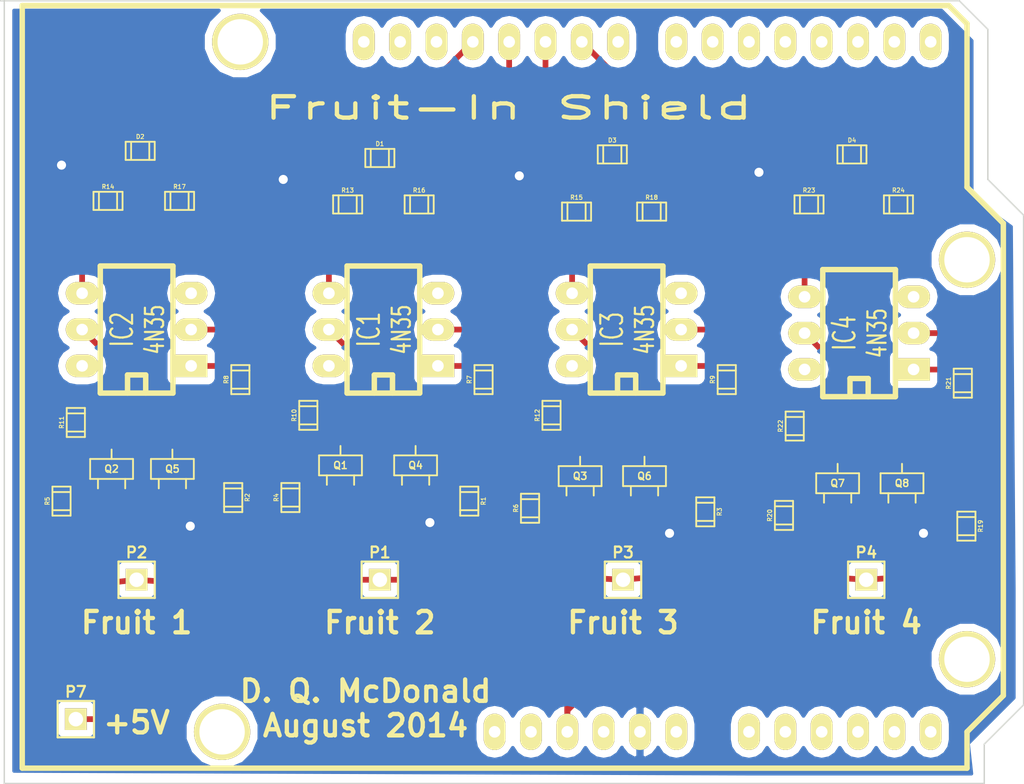
<source format=kicad_pcb>
(kicad_pcb (version 3) (host pcbnew "(2014-02-26 BZR 4721)-product")

  (general
    (links 73)
    (no_connects 0)
    (area 48.449999 59.79 120.050001 117.300001)
    (thickness 1.6)
    (drawings 17)
    (tracks 246)
    (zones 0)
    (modules 46)
    (nets 61)
  )

  (page A4)
  (layers
    (15 F.Cu signal)
    (0 B.Cu signal hide)
    (16 B.Adhes user)
    (17 F.Adhes user)
    (18 B.Paste user)
    (19 F.Paste user)
    (20 B.SilkS user)
    (21 F.SilkS user)
    (22 B.Mask user)
    (23 F.Mask user)
    (24 Dwgs.User user)
    (25 Cmts.User user)
    (26 Eco1.User user)
    (27 Eco2.User user)
    (28 Edge.Cuts user)
  )

  (setup
    (last_trace_width 0.4)
    (trace_clearance 0.254)
    (zone_clearance 0.508)
    (zone_45_only no)
    (trace_min 0.254)
    (segment_width 0.2)
    (edge_width 0.1)
    (via_size 0.889)
    (via_drill 0.635)
    (via_min_size 0.889)
    (via_min_drill 0.508)
    (uvia_size 0.508)
    (uvia_drill 0.127)
    (uvias_allowed no)
    (uvia_min_size 0.508)
    (uvia_min_drill 0.127)
    (pcb_text_width 0.3)
    (pcb_text_size 1.5 1.5)
    (mod_edge_width 0.15)
    (mod_text_size 1 1)
    (mod_text_width 0.15)
    (pad_size 0.59944 1.50076)
    (pad_drill 0)
    (pad_to_mask_clearance 0)
    (aux_axis_origin 0 0)
    (visible_elements FFFFFF7F)
    (pcbplotparams
      (layerselection 283148289)
      (usegerberextensions true)
      (excludeedgelayer true)
      (linewidth 0.150000)
      (plotframeref false)
      (viasonmask false)
      (mode 1)
      (useauxorigin false)
      (hpglpennumber 1)
      (hpglpenspeed 20)
      (hpglpendiameter 15)
      (hpglpenoverlay 2)
      (psnegative false)
      (psa4output false)
      (plotreference true)
      (plotvalue true)
      (plotothertext true)
      (plotinvisibletext false)
      (padsonsilk false)
      (subtractmaskfromsilk false)
      (outputformat 1)
      (mirror false)
      (drillshape 0)
      (scaleselection 1)
      (outputdirectory Gerber/))
  )

  (net 0 "")
  (net 1 +5V)
  (net 2 D10)
  (net 3 D11)
  (net 4 D12)
  (net 5 D9)
  (net 6 GND)
  (net 7 "Net-(D1-Pad1)")
  (net 8 "Net-(D2-Pad1)")
  (net 9 "Net-(D3-Pad1)")
  (net 10 "Net-(D4-Pad1)")
  (net 11 "Net-(IC1-Pad1)")
  (net 12 "Net-(IC1-Pad2)")
  (net 13 "Net-(IC1-Pad5)")
  (net 14 "Net-(IC1-Pad6)")
  (net 15 "Net-(IC2-Pad1)")
  (net 16 "Net-(IC2-Pad2)")
  (net 17 "Net-(IC2-Pad5)")
  (net 18 "Net-(IC2-Pad6)")
  (net 19 "Net-(IC3-Pad1)")
  (net 20 "Net-(IC3-Pad2)")
  (net 21 "Net-(IC3-Pad5)")
  (net 22 "Net-(IC3-Pad6)")
  (net 23 "Net-(IC4-Pad1)")
  (net 24 "Net-(IC4-Pad2)")
  (net 25 "Net-(IC4-Pad5)")
  (net 26 "Net-(IC4-Pad6)")
  (net 27 "Net-(P1-Pad1)")
  (net 28 "Net-(P2-Pad1)")
  (net 29 "Net-(P3-Pad1)")
  (net 30 "Net-(P4-Pad1)")
  (net 31 "Net-(Q1-Pad1)")
  (net 32 "Net-(Q1-Pad2)")
  (net 33 "Net-(Q2-Pad1)")
  (net 34 "Net-(Q2-Pad2)")
  (net 35 "Net-(Q3-Pad1)")
  (net 36 "Net-(Q3-Pad2)")
  (net 37 "Net-(Q7-Pad1)")
  (net 38 "Net-(Q7-Pad2)")
  (net 39 "Net-(SHIELD1-Pad0)")
  (net 40 "Net-(SHIELD1-Pad1)")
  (net 41 "Net-(SHIELD1-Pad13)")
  (net 42 "Net-(SHIELD1-Pad2)")
  (net 43 "Net-(SHIELD1-Pad3)")
  (net 44 "Net-(SHIELD1-Pad3V3)")
  (net 45 "Net-(SHIELD1-Pad4)")
  (net 46 "Net-(SHIELD1-Pad5)")
  (net 47 "Net-(SHIELD1-Pad6)")
  (net 48 "Net-(SHIELD1-Pad7)")
  (net 49 "Net-(SHIELD1-Pad8)")
  (net 50 "Net-(SHIELD1-PadAD0)")
  (net 51 "Net-(SHIELD1-PadAD1)")
  (net 52 "Net-(SHIELD1-PadAD2)")
  (net 53 "Net-(SHIELD1-PadAD3)")
  (net 54 "Net-(SHIELD1-PadAD4)")
  (net 55 "Net-(SHIELD1-PadAD5)")
  (net 56 "Net-(SHIELD1-PadAREF)")
  (net 57 "Net-(SHIELD1-PadGND1)")
  (net 58 "Net-(SHIELD1-PadGND3)")
  (net 59 "Net-(SHIELD1-PadRST)")
  (net 60 "Net-(SHIELD1-PadV_IN)")

  (net_class Default "This is the default net class."
    (clearance 0.254)
    (trace_width 0.4)
    (via_dia 0.889)
    (via_drill 0.635)
    (uvia_dia 0.508)
    (uvia_drill 0.127)
    (add_net "")
    (add_net +5V)
    (add_net D10)
    (add_net D11)
    (add_net D12)
    (add_net D9)
    (add_net GND)
    (add_net "Net-(D1-Pad1)")
    (add_net "Net-(D2-Pad1)")
    (add_net "Net-(D3-Pad1)")
    (add_net "Net-(D4-Pad1)")
    (add_net "Net-(IC1-Pad1)")
    (add_net "Net-(IC1-Pad2)")
    (add_net "Net-(IC1-Pad5)")
    (add_net "Net-(IC1-Pad6)")
    (add_net "Net-(IC2-Pad1)")
    (add_net "Net-(IC2-Pad2)")
    (add_net "Net-(IC2-Pad5)")
    (add_net "Net-(IC2-Pad6)")
    (add_net "Net-(IC3-Pad1)")
    (add_net "Net-(IC3-Pad2)")
    (add_net "Net-(IC3-Pad5)")
    (add_net "Net-(IC3-Pad6)")
    (add_net "Net-(IC4-Pad1)")
    (add_net "Net-(IC4-Pad2)")
    (add_net "Net-(IC4-Pad5)")
    (add_net "Net-(IC4-Pad6)")
    (add_net "Net-(P1-Pad1)")
    (add_net "Net-(P2-Pad1)")
    (add_net "Net-(P3-Pad1)")
    (add_net "Net-(P4-Pad1)")
    (add_net "Net-(Q1-Pad1)")
    (add_net "Net-(Q1-Pad2)")
    (add_net "Net-(Q2-Pad1)")
    (add_net "Net-(Q2-Pad2)")
    (add_net "Net-(Q3-Pad1)")
    (add_net "Net-(Q3-Pad2)")
    (add_net "Net-(Q7-Pad1)")
    (add_net "Net-(Q7-Pad2)")
    (add_net "Net-(SHIELD1-Pad0)")
    (add_net "Net-(SHIELD1-Pad1)")
    (add_net "Net-(SHIELD1-Pad13)")
    (add_net "Net-(SHIELD1-Pad2)")
    (add_net "Net-(SHIELD1-Pad3)")
    (add_net "Net-(SHIELD1-Pad3V3)")
    (add_net "Net-(SHIELD1-Pad4)")
    (add_net "Net-(SHIELD1-Pad5)")
    (add_net "Net-(SHIELD1-Pad6)")
    (add_net "Net-(SHIELD1-Pad7)")
    (add_net "Net-(SHIELD1-Pad8)")
    (add_net "Net-(SHIELD1-PadAD0)")
    (add_net "Net-(SHIELD1-PadAD1)")
    (add_net "Net-(SHIELD1-PadAD2)")
    (add_net "Net-(SHIELD1-PadAD3)")
    (add_net "Net-(SHIELD1-PadAD4)")
    (add_net "Net-(SHIELD1-PadAD5)")
    (add_net "Net-(SHIELD1-PadAREF)")
    (add_net "Net-(SHIELD1-PadGND1)")
    (add_net "Net-(SHIELD1-PadGND3)")
    (add_net "Net-(SHIELD1-PadRST)")
    (add_net "Net-(SHIELD1-PadV_IN)")
  )

  (module smd_capacitors:c_0805 (layer F.Cu) (tedit 49047394) (tstamp 53FAF890)
    (at 75 73.5)
    (descr "SMT capacitor, 0805")
    (path /53FAF5F7)
    (fp_text reference D1 (at 0 -0.9906) (layer F.SilkS)
      (effects (font (size 0.29972 0.29972) (thickness 0.06096)))
    )
    (fp_text value LED (at 0 0.9906) (layer F.SilkS) hide
      (effects (font (size 0.29972 0.29972) (thickness 0.06096)))
    )
    (fp_line (start 0.635 -0.635) (end 0.635 0.635) (layer F.SilkS) (width 0.127))
    (fp_line (start -0.635 -0.635) (end -0.635 0.6096) (layer F.SilkS) (width 0.127))
    (fp_line (start -1.016 -0.635) (end 1.016 -0.635) (layer F.SilkS) (width 0.127))
    (fp_line (start 1.016 -0.635) (end 1.016 0.635) (layer F.SilkS) (width 0.127))
    (fp_line (start 1.016 0.635) (end -1.016 0.635) (layer F.SilkS) (width 0.127))
    (fp_line (start -1.016 0.635) (end -1.016 -0.635) (layer F.SilkS) (width 0.127))
    (pad 1 smd rect (at 0.9525 0) (size 1.30048 1.4986) (layers F.Cu F.Paste F.Mask)
      (net 7 "Net-(D1-Pad1)"))
    (pad 2 smd rect (at -0.9525 0) (size 1.30048 1.4986) (layers F.Cu F.Paste F.Mask)
      (net 6 GND))
    (model smd/capacitors/c_0805.wrl
      (at (xyz 0 0 0))
      (scale (xyz 1 1 1))
      (rotate (xyz 0 0 0))
    )
  )

  (module smd_capacitors:c_0805 (layer F.Cu) (tedit 49047394) (tstamp 53FAF89C)
    (at 58.25 73)
    (descr "SMT capacitor, 0805")
    (path /53FAF089)
    (fp_text reference D2 (at 0 -0.9906) (layer F.SilkS)
      (effects (font (size 0.29972 0.29972) (thickness 0.06096)))
    )
    (fp_text value LED (at 0 0.9906) (layer F.SilkS) hide
      (effects (font (size 0.29972 0.29972) (thickness 0.06096)))
    )
    (fp_line (start 0.635 -0.635) (end 0.635 0.635) (layer F.SilkS) (width 0.127))
    (fp_line (start -0.635 -0.635) (end -0.635 0.6096) (layer F.SilkS) (width 0.127))
    (fp_line (start -1.016 -0.635) (end 1.016 -0.635) (layer F.SilkS) (width 0.127))
    (fp_line (start 1.016 -0.635) (end 1.016 0.635) (layer F.SilkS) (width 0.127))
    (fp_line (start 1.016 0.635) (end -1.016 0.635) (layer F.SilkS) (width 0.127))
    (fp_line (start -1.016 0.635) (end -1.016 -0.635) (layer F.SilkS) (width 0.127))
    (pad 1 smd rect (at 0.9525 0) (size 1.30048 1.4986) (layers F.Cu F.Paste F.Mask)
      (net 8 "Net-(D2-Pad1)"))
    (pad 2 smd rect (at -0.9525 0) (size 1.30048 1.4986) (layers F.Cu F.Paste F.Mask)
      (net 6 GND))
    (model smd/capacitors/c_0805.wrl
      (at (xyz 0 0 0))
      (scale (xyz 1 1 1))
      (rotate (xyz 0 0 0))
    )
  )

  (module smd_capacitors:c_0805 (layer F.Cu) (tedit 49047394) (tstamp 53FAF8A8)
    (at 91.25 73.25)
    (descr "SMT capacitor, 0805")
    (path /53FAF665)
    (fp_text reference D3 (at 0 -0.9906) (layer F.SilkS)
      (effects (font (size 0.29972 0.29972) (thickness 0.06096)))
    )
    (fp_text value LED (at 0 0.9906) (layer F.SilkS) hide
      (effects (font (size 0.29972 0.29972) (thickness 0.06096)))
    )
    (fp_line (start 0.635 -0.635) (end 0.635 0.635) (layer F.SilkS) (width 0.127))
    (fp_line (start -0.635 -0.635) (end -0.635 0.6096) (layer F.SilkS) (width 0.127))
    (fp_line (start -1.016 -0.635) (end 1.016 -0.635) (layer F.SilkS) (width 0.127))
    (fp_line (start 1.016 -0.635) (end 1.016 0.635) (layer F.SilkS) (width 0.127))
    (fp_line (start 1.016 0.635) (end -1.016 0.635) (layer F.SilkS) (width 0.127))
    (fp_line (start -1.016 0.635) (end -1.016 -0.635) (layer F.SilkS) (width 0.127))
    (pad 1 smd rect (at 0.9525 0) (size 1.30048 1.4986) (layers F.Cu F.Paste F.Mask)
      (net 9 "Net-(D3-Pad1)"))
    (pad 2 smd rect (at -0.9525 0) (size 1.30048 1.4986) (layers F.Cu F.Paste F.Mask)
      (net 6 GND))
    (model smd/capacitors/c_0805.wrl
      (at (xyz 0 0 0))
      (scale (xyz 1 1 1))
      (rotate (xyz 0 0 0))
    )
  )

  (module smd_capacitors:c_0805 (layer F.Cu) (tedit 49047394) (tstamp 53FAF8B4)
    (at 108 73.25)
    (descr "SMT capacitor, 0805")
    (path /53FAF6D3)
    (fp_text reference D4 (at 0 -0.9906) (layer F.SilkS)
      (effects (font (size 0.29972 0.29972) (thickness 0.06096)))
    )
    (fp_text value LED (at 0 0.9906) (layer F.SilkS) hide
      (effects (font (size 0.29972 0.29972) (thickness 0.06096)))
    )
    (fp_line (start 0.635 -0.635) (end 0.635 0.635) (layer F.SilkS) (width 0.127))
    (fp_line (start -0.635 -0.635) (end -0.635 0.6096) (layer F.SilkS) (width 0.127))
    (fp_line (start -1.016 -0.635) (end 1.016 -0.635) (layer F.SilkS) (width 0.127))
    (fp_line (start 1.016 -0.635) (end 1.016 0.635) (layer F.SilkS) (width 0.127))
    (fp_line (start 1.016 0.635) (end -1.016 0.635) (layer F.SilkS) (width 0.127))
    (fp_line (start -1.016 0.635) (end -1.016 -0.635) (layer F.SilkS) (width 0.127))
    (pad 1 smd rect (at 0.9525 0) (size 1.30048 1.4986) (layers F.Cu F.Paste F.Mask)
      (net 10 "Net-(D4-Pad1)"))
    (pad 2 smd rect (at -0.9525 0) (size 1.30048 1.4986) (layers F.Cu F.Paste F.Mask)
      (net 6 GND))
    (model smd/capacitors/c_0805.wrl
      (at (xyz 0 0 0))
      (scale (xyz 1 1 1))
      (rotate (xyz 0 0 0))
    )
  )

  (module dip_sockets:DIP-6__300_ELL (layer F.Cu) (tedit 4879C789) (tstamp 53FAF8DD)
    (at 75.25 85.5 90)
    (descr "6 pins DIL package, elliptical pads")
    (tags DIL)
    (path /53FAF5BB)
    (fp_text reference IC1 (at 0 -1.016 90) (layer F.SilkS)
      (effects (font (size 1.524 1.016) (thickness 0.1524)))
    )
    (fp_text value 4N35 (at 0 1.27 90) (layer F.SilkS)
      (effects (font (size 1.27 0.889) (thickness 0.1524)))
    )
    (fp_line (start -4.445 -2.54) (end 4.445 -2.54) (layer F.SilkS) (width 0.381))
    (fp_line (start 4.445 -2.54) (end 4.445 2.54) (layer F.SilkS) (width 0.381))
    (fp_line (start 4.445 2.54) (end -4.445 2.54) (layer F.SilkS) (width 0.381))
    (fp_line (start -4.445 2.54) (end -4.445 -2.54) (layer F.SilkS) (width 0.381))
    (fp_line (start -4.445 -0.635) (end -3.175 -0.635) (layer F.SilkS) (width 0.381))
    (fp_line (start -3.175 -0.635) (end -3.175 0.635) (layer F.SilkS) (width 0.381))
    (fp_line (start -3.175 0.635) (end -4.445 0.635) (layer F.SilkS) (width 0.381))
    (pad 1 thru_hole rect (at -2.54 3.81 90) (size 1.5748 2.286) (drill 0.8128) (layers *.Cu *.Mask F.SilkS)
      (net 11 "Net-(IC1-Pad1)"))
    (pad 2 thru_hole oval (at 0 3.81 90) (size 1.5748 2.286) (drill 0.8128) (layers *.Cu *.Mask F.SilkS)
      (net 12 "Net-(IC1-Pad2)"))
    (pad 3 thru_hole oval (at 2.54 3.81 90) (size 1.5748 2.286) (drill 0.8128) (layers *.Cu *.Mask F.SilkS))
    (pad 4 thru_hole oval (at 2.54 -3.81 90) (size 1.5748 2.286) (drill 0.8128) (layers *.Cu *.Mask F.SilkS)
      (net 3 D11))
    (pad 5 thru_hole oval (at 0 -3.81 90) (size 1.5748 2.286) (drill 0.8128) (layers *.Cu *.Mask F.SilkS)
      (net 13 "Net-(IC1-Pad5)"))
    (pad 6 thru_hole oval (at -2.54 -3.81 90) (size 1.5748 2.286) (drill 0.8128) (layers *.Cu *.Mask F.SilkS)
      (net 14 "Net-(IC1-Pad6)"))
    (model dil/dil_6.wrl
      (at (xyz 0 0 0))
      (scale (xyz 1 1 1))
      (rotate (xyz 0 0 0))
    )
  )

  (module dip_sockets:DIP-6__300_ELL (layer F.Cu) (tedit 4879C789) (tstamp 53FAF8EE)
    (at 58 85.5 90)
    (descr "6 pins DIL package, elliptical pads")
    (tags DIL)
    (path /53FAEDE6)
    (fp_text reference IC2 (at 0 -1.016 90) (layer F.SilkS)
      (effects (font (size 1.524 1.016) (thickness 0.1524)))
    )
    (fp_text value 4N35 (at 0 1.27 90) (layer F.SilkS)
      (effects (font (size 1.27 0.889) (thickness 0.1524)))
    )
    (fp_line (start -4.445 -2.54) (end 4.445 -2.54) (layer F.SilkS) (width 0.381))
    (fp_line (start 4.445 -2.54) (end 4.445 2.54) (layer F.SilkS) (width 0.381))
    (fp_line (start 4.445 2.54) (end -4.445 2.54) (layer F.SilkS) (width 0.381))
    (fp_line (start -4.445 2.54) (end -4.445 -2.54) (layer F.SilkS) (width 0.381))
    (fp_line (start -4.445 -0.635) (end -3.175 -0.635) (layer F.SilkS) (width 0.381))
    (fp_line (start -3.175 -0.635) (end -3.175 0.635) (layer F.SilkS) (width 0.381))
    (fp_line (start -3.175 0.635) (end -4.445 0.635) (layer F.SilkS) (width 0.381))
    (pad 1 thru_hole rect (at -2.54 3.81 90) (size 1.5748 2.286) (drill 0.8128) (layers *.Cu *.Mask F.SilkS)
      (net 15 "Net-(IC2-Pad1)"))
    (pad 2 thru_hole oval (at 0 3.81 90) (size 1.5748 2.286) (drill 0.8128) (layers *.Cu *.Mask F.SilkS)
      (net 16 "Net-(IC2-Pad2)"))
    (pad 3 thru_hole oval (at 2.54 3.81 90) (size 1.5748 2.286) (drill 0.8128) (layers *.Cu *.Mask F.SilkS))
    (pad 4 thru_hole oval (at 2.54 -3.81 90) (size 1.5748 2.286) (drill 0.8128) (layers *.Cu *.Mask F.SilkS)
      (net 4 D12))
    (pad 5 thru_hole oval (at 0 -3.81 90) (size 1.5748 2.286) (drill 0.8128) (layers *.Cu *.Mask F.SilkS)
      (net 17 "Net-(IC2-Pad5)"))
    (pad 6 thru_hole oval (at -2.54 -3.81 90) (size 1.5748 2.286) (drill 0.8128) (layers *.Cu *.Mask F.SilkS)
      (net 18 "Net-(IC2-Pad6)"))
    (model dil/dil_6.wrl
      (at (xyz 0 0 0))
      (scale (xyz 1 1 1))
      (rotate (xyz 0 0 0))
    )
  )

  (module dip_sockets:DIP-6__300_ELL (layer F.Cu) (tedit 4879C789) (tstamp 53FAF8FF)
    (at 92.25 85.5 90)
    (descr "6 pins DIL package, elliptical pads")
    (tags DIL)
    (path /53FAF629)
    (fp_text reference IC3 (at 0 -1.016 90) (layer F.SilkS)
      (effects (font (size 1.524 1.016) (thickness 0.1524)))
    )
    (fp_text value 4N35 (at 0 1.27 90) (layer F.SilkS)
      (effects (font (size 1.27 0.889) (thickness 0.1524)))
    )
    (fp_line (start -4.445 -2.54) (end 4.445 -2.54) (layer F.SilkS) (width 0.381))
    (fp_line (start 4.445 -2.54) (end 4.445 2.54) (layer F.SilkS) (width 0.381))
    (fp_line (start 4.445 2.54) (end -4.445 2.54) (layer F.SilkS) (width 0.381))
    (fp_line (start -4.445 2.54) (end -4.445 -2.54) (layer F.SilkS) (width 0.381))
    (fp_line (start -4.445 -0.635) (end -3.175 -0.635) (layer F.SilkS) (width 0.381))
    (fp_line (start -3.175 -0.635) (end -3.175 0.635) (layer F.SilkS) (width 0.381))
    (fp_line (start -3.175 0.635) (end -4.445 0.635) (layer F.SilkS) (width 0.381))
    (pad 1 thru_hole rect (at -2.54 3.81 90) (size 1.5748 2.286) (drill 0.8128) (layers *.Cu *.Mask F.SilkS)
      (net 19 "Net-(IC3-Pad1)"))
    (pad 2 thru_hole oval (at 0 3.81 90) (size 1.5748 2.286) (drill 0.8128) (layers *.Cu *.Mask F.SilkS)
      (net 20 "Net-(IC3-Pad2)"))
    (pad 3 thru_hole oval (at 2.54 3.81 90) (size 1.5748 2.286) (drill 0.8128) (layers *.Cu *.Mask F.SilkS))
    (pad 4 thru_hole oval (at 2.54 -3.81 90) (size 1.5748 2.286) (drill 0.8128) (layers *.Cu *.Mask F.SilkS)
      (net 2 D10))
    (pad 5 thru_hole oval (at 0 -3.81 90) (size 1.5748 2.286) (drill 0.8128) (layers *.Cu *.Mask F.SilkS)
      (net 21 "Net-(IC3-Pad5)"))
    (pad 6 thru_hole oval (at -2.54 -3.81 90) (size 1.5748 2.286) (drill 0.8128) (layers *.Cu *.Mask F.SilkS)
      (net 22 "Net-(IC3-Pad6)"))
    (model dil/dil_6.wrl
      (at (xyz 0 0 0))
      (scale (xyz 1 1 1))
      (rotate (xyz 0 0 0))
    )
  )

  (module dip_sockets:DIP-6__300_ELL (layer F.Cu) (tedit 4879C789) (tstamp 53FAF910)
    (at 108.5 85.75 90)
    (descr "6 pins DIL package, elliptical pads")
    (tags DIL)
    (path /53FAF697)
    (fp_text reference IC4 (at 0 -1.016 90) (layer F.SilkS)
      (effects (font (size 1.524 1.016) (thickness 0.1524)))
    )
    (fp_text value 4N35 (at 0 1.27 90) (layer F.SilkS)
      (effects (font (size 1.27 0.889) (thickness 0.1524)))
    )
    (fp_line (start -4.445 -2.54) (end 4.445 -2.54) (layer F.SilkS) (width 0.381))
    (fp_line (start 4.445 -2.54) (end 4.445 2.54) (layer F.SilkS) (width 0.381))
    (fp_line (start 4.445 2.54) (end -4.445 2.54) (layer F.SilkS) (width 0.381))
    (fp_line (start -4.445 2.54) (end -4.445 -2.54) (layer F.SilkS) (width 0.381))
    (fp_line (start -4.445 -0.635) (end -3.175 -0.635) (layer F.SilkS) (width 0.381))
    (fp_line (start -3.175 -0.635) (end -3.175 0.635) (layer F.SilkS) (width 0.381))
    (fp_line (start -3.175 0.635) (end -4.445 0.635) (layer F.SilkS) (width 0.381))
    (pad 1 thru_hole rect (at -2.54 3.81 90) (size 1.5748 2.286) (drill 0.8128) (layers *.Cu *.Mask F.SilkS)
      (net 23 "Net-(IC4-Pad1)"))
    (pad 2 thru_hole oval (at 0 3.81 90) (size 1.5748 2.286) (drill 0.8128) (layers *.Cu *.Mask F.SilkS)
      (net 24 "Net-(IC4-Pad2)"))
    (pad 3 thru_hole oval (at 2.54 3.81 90) (size 1.5748 2.286) (drill 0.8128) (layers *.Cu *.Mask F.SilkS))
    (pad 4 thru_hole oval (at 2.54 -3.81 90) (size 1.5748 2.286) (drill 0.8128) (layers *.Cu *.Mask F.SilkS)
      (net 5 D9))
    (pad 5 thru_hole oval (at 0 -3.81 90) (size 1.5748 2.286) (drill 0.8128) (layers *.Cu *.Mask F.SilkS)
      (net 25 "Net-(IC4-Pad5)"))
    (pad 6 thru_hole oval (at -2.54 -3.81 90) (size 1.5748 2.286) (drill 0.8128) (layers *.Cu *.Mask F.SilkS)
      (net 26 "Net-(IC4-Pad6)"))
    (model dil/dil_6.wrl
      (at (xyz 0 0 0))
      (scale (xyz 1 1 1))
      (rotate (xyz 0 0 0))
    )
  )

  (module pin_array:PIN_ARRAY_1 (layer F.Cu) (tedit 4E4E744E) (tstamp 53FAF93B)
    (at 75 103)
    (descr "1 pin")
    (tags "CONN DEV")
    (path /53FAF59D)
    (fp_text reference P1 (at 0 -1.905) (layer F.SilkS)
      (effects (font (size 0.762 0.762) (thickness 0.1524)))
    )
    (fp_text value CONN_1 (at 0 -1.905) (layer F.SilkS) hide
      (effects (font (size 0.762 0.762) (thickness 0.1524)))
    )
    (fp_line (start 1.27 1.27) (end -1.27 1.27) (layer F.SilkS) (width 0.1524))
    (fp_line (start -1.27 -1.27) (end 1.27 -1.27) (layer F.SilkS) (width 0.1524))
    (fp_line (start -1.27 1.27) (end -1.27 -1.27) (layer F.SilkS) (width 0.1524))
    (fp_line (start 1.27 -1.27) (end 1.27 1.27) (layer F.SilkS) (width 0.1524))
    (pad 1 thru_hole rect (at 0 0) (size 1.524 1.524) (drill 1.016) (layers *.Cu *.Mask F.SilkS)
      (net 27 "Net-(P1-Pad1)"))
    (model pin_array\pin_1.wrl
      (at (xyz 0 0 0))
      (scale (xyz 1 1 1))
      (rotate (xyz 0 0 0))
    )
  )

  (module pin_array:PIN_ARRAY_1 (layer F.Cu) (tedit 4E4E744E) (tstamp 53FAF944)
    (at 58 103)
    (descr "1 pin")
    (tags "CONN DEV")
    (path /53FAED04)
    (fp_text reference P2 (at 0 -1.905) (layer F.SilkS)
      (effects (font (size 0.762 0.762) (thickness 0.1524)))
    )
    (fp_text value CONN_1 (at 0 -1.905) (layer F.SilkS) hide
      (effects (font (size 0.762 0.762) (thickness 0.1524)))
    )
    (fp_line (start 1.27 1.27) (end -1.27 1.27) (layer F.SilkS) (width 0.1524))
    (fp_line (start -1.27 -1.27) (end 1.27 -1.27) (layer F.SilkS) (width 0.1524))
    (fp_line (start -1.27 1.27) (end -1.27 -1.27) (layer F.SilkS) (width 0.1524))
    (fp_line (start 1.27 -1.27) (end 1.27 1.27) (layer F.SilkS) (width 0.1524))
    (pad 1 thru_hole rect (at 0 0) (size 1.524 1.524) (drill 1.016) (layers *.Cu *.Mask F.SilkS)
      (net 28 "Net-(P2-Pad1)"))
    (model pin_array\pin_1.wrl
      (at (xyz 0 0 0))
      (scale (xyz 1 1 1))
      (rotate (xyz 0 0 0))
    )
  )

  (module pin_array:PIN_ARRAY_1 (layer F.Cu) (tedit 4E4E744E) (tstamp 53FAF94D)
    (at 92 103)
    (descr "1 pin")
    (tags "CONN DEV")
    (path /53FAF60B)
    (fp_text reference P3 (at 0 -1.905) (layer F.SilkS)
      (effects (font (size 0.762 0.762) (thickness 0.1524)))
    )
    (fp_text value CONN_1 (at 0 -1.905) (layer F.SilkS) hide
      (effects (font (size 0.762 0.762) (thickness 0.1524)))
    )
    (fp_line (start 1.27 1.27) (end -1.27 1.27) (layer F.SilkS) (width 0.1524))
    (fp_line (start -1.27 -1.27) (end 1.27 -1.27) (layer F.SilkS) (width 0.1524))
    (fp_line (start -1.27 1.27) (end -1.27 -1.27) (layer F.SilkS) (width 0.1524))
    (fp_line (start 1.27 -1.27) (end 1.27 1.27) (layer F.SilkS) (width 0.1524))
    (pad 1 thru_hole rect (at 0 0) (size 1.524 1.524) (drill 1.016) (layers *.Cu *.Mask F.SilkS)
      (net 29 "Net-(P3-Pad1)"))
    (model pin_array\pin_1.wrl
      (at (xyz 0 0 0))
      (scale (xyz 1 1 1))
      (rotate (xyz 0 0 0))
    )
  )

  (module pin_array:PIN_ARRAY_1 (layer F.Cu) (tedit 4E4E744E) (tstamp 53FAF956)
    (at 109 103)
    (descr "1 pin")
    (tags "CONN DEV")
    (path /53FAF679)
    (fp_text reference P4 (at 0 -1.905) (layer F.SilkS)
      (effects (font (size 0.762 0.762) (thickness 0.1524)))
    )
    (fp_text value CONN_1 (at 0 -1.905) (layer F.SilkS) hide
      (effects (font (size 0.762 0.762) (thickness 0.1524)))
    )
    (fp_line (start 1.27 1.27) (end -1.27 1.27) (layer F.SilkS) (width 0.1524))
    (fp_line (start -1.27 -1.27) (end 1.27 -1.27) (layer F.SilkS) (width 0.1524))
    (fp_line (start -1.27 1.27) (end -1.27 -1.27) (layer F.SilkS) (width 0.1524))
    (fp_line (start 1.27 -1.27) (end 1.27 1.27) (layer F.SilkS) (width 0.1524))
    (pad 1 thru_hole rect (at 0 0) (size 1.524 1.524) (drill 1.016) (layers *.Cu *.Mask F.SilkS)
      (net 30 "Net-(P4-Pad1)"))
    (model pin_array\pin_1.wrl
      (at (xyz 0 0 0))
      (scale (xyz 1 1 1))
      (rotate (xyz 0 0 0))
    )
  )

  (module smd_capacitors:c_0805 (layer F.Cu) (tedit 49047394) (tstamp 53FAFA1C)
    (at 81.25 97.5 270)
    (descr "SMT capacitor, 0805")
    (path /53FAF5A3)
    (fp_text reference R1 (at 0 -0.9906 270) (layer F.SilkS)
      (effects (font (size 0.29972 0.29972) (thickness 0.06096)))
    )
    (fp_text value 2.2M (at 0 0.9906 270) (layer F.SilkS) hide
      (effects (font (size 0.29972 0.29972) (thickness 0.06096)))
    )
    (fp_line (start 0.635 -0.635) (end 0.635 0.635) (layer F.SilkS) (width 0.127))
    (fp_line (start -0.635 -0.635) (end -0.635 0.6096) (layer F.SilkS) (width 0.127))
    (fp_line (start -1.016 -0.635) (end 1.016 -0.635) (layer F.SilkS) (width 0.127))
    (fp_line (start 1.016 -0.635) (end 1.016 0.635) (layer F.SilkS) (width 0.127))
    (fp_line (start 1.016 0.635) (end -1.016 0.635) (layer F.SilkS) (width 0.127))
    (fp_line (start -1.016 0.635) (end -1.016 -0.635) (layer F.SilkS) (width 0.127))
    (pad 1 smd rect (at 0.9525 0 270) (size 1.30048 1.4986) (layers F.Cu F.Paste F.Mask)
      (net 27 "Net-(P1-Pad1)"))
    (pad 2 smd rect (at -0.9525 0 270) (size 1.30048 1.4986) (layers F.Cu F.Paste F.Mask)
      (net 6 GND))
    (model smd/capacitors/c_0805.wrl
      (at (xyz 0 0 0))
      (scale (xyz 1 1 1))
      (rotate (xyz 0 0 0))
    )
  )

  (module smd_capacitors:c_0805 (layer F.Cu) (tedit 49047394) (tstamp 53FAFA28)
    (at 64.75 97.25 270)
    (descr "SMT capacitor, 0805")
    (path /53FAED37)
    (fp_text reference R2 (at 0 -0.9906 270) (layer F.SilkS)
      (effects (font (size 0.29972 0.29972) (thickness 0.06096)))
    )
    (fp_text value 2.2M (at 0 0.9906 270) (layer F.SilkS) hide
      (effects (font (size 0.29972 0.29972) (thickness 0.06096)))
    )
    (fp_line (start 0.635 -0.635) (end 0.635 0.635) (layer F.SilkS) (width 0.127))
    (fp_line (start -0.635 -0.635) (end -0.635 0.6096) (layer F.SilkS) (width 0.127))
    (fp_line (start -1.016 -0.635) (end 1.016 -0.635) (layer F.SilkS) (width 0.127))
    (fp_line (start 1.016 -0.635) (end 1.016 0.635) (layer F.SilkS) (width 0.127))
    (fp_line (start 1.016 0.635) (end -1.016 0.635) (layer F.SilkS) (width 0.127))
    (fp_line (start -1.016 0.635) (end -1.016 -0.635) (layer F.SilkS) (width 0.127))
    (pad 1 smd rect (at 0.9525 0 270) (size 1.30048 1.4986) (layers F.Cu F.Paste F.Mask)
      (net 28 "Net-(P2-Pad1)"))
    (pad 2 smd rect (at -0.9525 0 270) (size 1.30048 1.4986) (layers F.Cu F.Paste F.Mask)
      (net 6 GND))
    (model smd/capacitors/c_0805.wrl
      (at (xyz 0 0 0))
      (scale (xyz 1 1 1))
      (rotate (xyz 0 0 0))
    )
  )

  (module smd_capacitors:c_0805 (layer F.Cu) (tedit 49047394) (tstamp 53FAFA34)
    (at 97.75 98.25 270)
    (descr "SMT capacitor, 0805")
    (path /53FAF611)
    (fp_text reference R3 (at 0 -0.9906 270) (layer F.SilkS)
      (effects (font (size 0.29972 0.29972) (thickness 0.06096)))
    )
    (fp_text value 2.2M (at 0 0.9906 270) (layer F.SilkS) hide
      (effects (font (size 0.29972 0.29972) (thickness 0.06096)))
    )
    (fp_line (start 0.635 -0.635) (end 0.635 0.635) (layer F.SilkS) (width 0.127))
    (fp_line (start -0.635 -0.635) (end -0.635 0.6096) (layer F.SilkS) (width 0.127))
    (fp_line (start -1.016 -0.635) (end 1.016 -0.635) (layer F.SilkS) (width 0.127))
    (fp_line (start 1.016 -0.635) (end 1.016 0.635) (layer F.SilkS) (width 0.127))
    (fp_line (start 1.016 0.635) (end -1.016 0.635) (layer F.SilkS) (width 0.127))
    (fp_line (start -1.016 0.635) (end -1.016 -0.635) (layer F.SilkS) (width 0.127))
    (pad 1 smd rect (at 0.9525 0 270) (size 1.30048 1.4986) (layers F.Cu F.Paste F.Mask)
      (net 29 "Net-(P3-Pad1)"))
    (pad 2 smd rect (at -0.9525 0 270) (size 1.30048 1.4986) (layers F.Cu F.Paste F.Mask)
      (net 6 GND))
    (model smd/capacitors/c_0805.wrl
      (at (xyz 0 0 0))
      (scale (xyz 1 1 1))
      (rotate (xyz 0 0 0))
    )
  )

  (module smd_capacitors:c_0805 (layer F.Cu) (tedit 49047394) (tstamp 53FAFA40)
    (at 68.75 97.25 90)
    (descr "SMT capacitor, 0805")
    (path /53FAF5A9)
    (fp_text reference R4 (at 0 -0.9906 90) (layer F.SilkS)
      (effects (font (size 0.29972 0.29972) (thickness 0.06096)))
    )
    (fp_text value 10K (at 0 0.9906 90) (layer F.SilkS) hide
      (effects (font (size 0.29972 0.29972) (thickness 0.06096)))
    )
    (fp_line (start 0.635 -0.635) (end 0.635 0.635) (layer F.SilkS) (width 0.127))
    (fp_line (start -0.635 -0.635) (end -0.635 0.6096) (layer F.SilkS) (width 0.127))
    (fp_line (start -1.016 -0.635) (end 1.016 -0.635) (layer F.SilkS) (width 0.127))
    (fp_line (start 1.016 -0.635) (end 1.016 0.635) (layer F.SilkS) (width 0.127))
    (fp_line (start 1.016 0.635) (end -1.016 0.635) (layer F.SilkS) (width 0.127))
    (fp_line (start -1.016 0.635) (end -1.016 -0.635) (layer F.SilkS) (width 0.127))
    (pad 1 smd rect (at 0.9525 0 90) (size 1.30048 1.4986) (layers F.Cu F.Paste F.Mask)
      (net 32 "Net-(Q1-Pad2)"))
    (pad 2 smd rect (at -0.9525 0 90) (size 1.30048 1.4986) (layers F.Cu F.Paste F.Mask)
      (net 27 "Net-(P1-Pad1)"))
    (model smd/capacitors/c_0805.wrl
      (at (xyz 0 0 0))
      (scale (xyz 1 1 1))
      (rotate (xyz 0 0 0))
    )
  )

  (module smd_capacitors:c_0805 (layer F.Cu) (tedit 49047394) (tstamp 53FAFA4C)
    (at 52.75 97.5 90)
    (descr "SMT capacitor, 0805")
    (path /53FAED4B)
    (fp_text reference R5 (at 0 -0.9906 90) (layer F.SilkS)
      (effects (font (size 0.29972 0.29972) (thickness 0.06096)))
    )
    (fp_text value 10K (at 0 0.9906 90) (layer F.SilkS) hide
      (effects (font (size 0.29972 0.29972) (thickness 0.06096)))
    )
    (fp_line (start 0.635 -0.635) (end 0.635 0.635) (layer F.SilkS) (width 0.127))
    (fp_line (start -0.635 -0.635) (end -0.635 0.6096) (layer F.SilkS) (width 0.127))
    (fp_line (start -1.016 -0.635) (end 1.016 -0.635) (layer F.SilkS) (width 0.127))
    (fp_line (start 1.016 -0.635) (end 1.016 0.635) (layer F.SilkS) (width 0.127))
    (fp_line (start 1.016 0.635) (end -1.016 0.635) (layer F.SilkS) (width 0.127))
    (fp_line (start -1.016 0.635) (end -1.016 -0.635) (layer F.SilkS) (width 0.127))
    (pad 1 smd rect (at 0.9525 0 90) (size 1.30048 1.4986) (layers F.Cu F.Paste F.Mask)
      (net 34 "Net-(Q2-Pad2)"))
    (pad 2 smd rect (at -0.9525 0 90) (size 1.30048 1.4986) (layers F.Cu F.Paste F.Mask)
      (net 28 "Net-(P2-Pad1)"))
    (model smd/capacitors/c_0805.wrl
      (at (xyz 0 0 0))
      (scale (xyz 1 1 1))
      (rotate (xyz 0 0 0))
    )
  )

  (module smd_capacitors:c_0805 (layer F.Cu) (tedit 49047394) (tstamp 53FAFA58)
    (at 85.5 98 90)
    (descr "SMT capacitor, 0805")
    (path /53FAF617)
    (fp_text reference R6 (at 0 -0.9906 90) (layer F.SilkS)
      (effects (font (size 0.29972 0.29972) (thickness 0.06096)))
    )
    (fp_text value 10K (at 0 0.9906 90) (layer F.SilkS) hide
      (effects (font (size 0.29972 0.29972) (thickness 0.06096)))
    )
    (fp_line (start 0.635 -0.635) (end 0.635 0.635) (layer F.SilkS) (width 0.127))
    (fp_line (start -0.635 -0.635) (end -0.635 0.6096) (layer F.SilkS) (width 0.127))
    (fp_line (start -1.016 -0.635) (end 1.016 -0.635) (layer F.SilkS) (width 0.127))
    (fp_line (start 1.016 -0.635) (end 1.016 0.635) (layer F.SilkS) (width 0.127))
    (fp_line (start 1.016 0.635) (end -1.016 0.635) (layer F.SilkS) (width 0.127))
    (fp_line (start -1.016 0.635) (end -1.016 -0.635) (layer F.SilkS) (width 0.127))
    (pad 1 smd rect (at 0.9525 0 90) (size 1.30048 1.4986) (layers F.Cu F.Paste F.Mask)
      (net 36 "Net-(Q3-Pad2)"))
    (pad 2 smd rect (at -0.9525 0 90) (size 1.30048 1.4986) (layers F.Cu F.Paste F.Mask)
      (net 29 "Net-(P3-Pad1)"))
    (model smd/capacitors/c_0805.wrl
      (at (xyz 0 0 0))
      (scale (xyz 1 1 1))
      (rotate (xyz 0 0 0))
    )
  )

  (module smd_capacitors:c_0805 (layer F.Cu) (tedit 49047394) (tstamp 53FAFA64)
    (at 82.25 89 90)
    (descr "SMT capacitor, 0805")
    (path /53FAF5C2)
    (fp_text reference R7 (at 0 -0.9906 90) (layer F.SilkS)
      (effects (font (size 0.29972 0.29972) (thickness 0.06096)))
    )
    (fp_text value "220 Ohms" (at 0 0.9906 90) (layer F.SilkS) hide
      (effects (font (size 0.29972 0.29972) (thickness 0.06096)))
    )
    (fp_line (start 0.635 -0.635) (end 0.635 0.635) (layer F.SilkS) (width 0.127))
    (fp_line (start -0.635 -0.635) (end -0.635 0.6096) (layer F.SilkS) (width 0.127))
    (fp_line (start -1.016 -0.635) (end 1.016 -0.635) (layer F.SilkS) (width 0.127))
    (fp_line (start 1.016 -0.635) (end 1.016 0.635) (layer F.SilkS) (width 0.127))
    (fp_line (start 1.016 0.635) (end -1.016 0.635) (layer F.SilkS) (width 0.127))
    (fp_line (start -1.016 0.635) (end -1.016 -0.635) (layer F.SilkS) (width 0.127))
    (pad 1 smd rect (at 0.9525 0 90) (size 1.30048 1.4986) (layers F.Cu F.Paste F.Mask)
      (net 11 "Net-(IC1-Pad1)"))
    (pad 2 smd rect (at -0.9525 0 90) (size 1.30048 1.4986) (layers F.Cu F.Paste F.Mask)
      (net 1 +5V))
    (model smd/capacitors/c_0805.wrl
      (at (xyz 0 0 0))
      (scale (xyz 1 1 1))
      (rotate (xyz 0 0 0))
    )
  )

  (module smd_capacitors:c_0805 (layer F.Cu) (tedit 49047394) (tstamp 53FAFA70)
    (at 65.25 89 90)
    (descr "SMT capacitor, 0805")
    (path /53FAEE11)
    (fp_text reference R8 (at 0 -0.9906 90) (layer F.SilkS)
      (effects (font (size 0.29972 0.29972) (thickness 0.06096)))
    )
    (fp_text value "220 Ohms" (at 0 0.9906 90) (layer F.SilkS) hide
      (effects (font (size 0.29972 0.29972) (thickness 0.06096)))
    )
    (fp_line (start 0.635 -0.635) (end 0.635 0.635) (layer F.SilkS) (width 0.127))
    (fp_line (start -0.635 -0.635) (end -0.635 0.6096) (layer F.SilkS) (width 0.127))
    (fp_line (start -1.016 -0.635) (end 1.016 -0.635) (layer F.SilkS) (width 0.127))
    (fp_line (start 1.016 -0.635) (end 1.016 0.635) (layer F.SilkS) (width 0.127))
    (fp_line (start 1.016 0.635) (end -1.016 0.635) (layer F.SilkS) (width 0.127))
    (fp_line (start -1.016 0.635) (end -1.016 -0.635) (layer F.SilkS) (width 0.127))
    (pad 1 smd rect (at 0.9525 0 90) (size 1.30048 1.4986) (layers F.Cu F.Paste F.Mask)
      (net 15 "Net-(IC2-Pad1)"))
    (pad 2 smd rect (at -0.9525 0 90) (size 1.30048 1.4986) (layers F.Cu F.Paste F.Mask)
      (net 1 +5V))
    (model smd/capacitors/c_0805.wrl
      (at (xyz 0 0 0))
      (scale (xyz 1 1 1))
      (rotate (xyz 0 0 0))
    )
  )

  (module smd_capacitors:c_0805 (layer F.Cu) (tedit 49047394) (tstamp 53FAFA7C)
    (at 99.25 89 90)
    (descr "SMT capacitor, 0805")
    (path /53FAF630)
    (fp_text reference R9 (at 0 -0.9906 90) (layer F.SilkS)
      (effects (font (size 0.29972 0.29972) (thickness 0.06096)))
    )
    (fp_text value "220 Ohms" (at 0 0.9906 90) (layer F.SilkS) hide
      (effects (font (size 0.29972 0.29972) (thickness 0.06096)))
    )
    (fp_line (start 0.635 -0.635) (end 0.635 0.635) (layer F.SilkS) (width 0.127))
    (fp_line (start -0.635 -0.635) (end -0.635 0.6096) (layer F.SilkS) (width 0.127))
    (fp_line (start -1.016 -0.635) (end 1.016 -0.635) (layer F.SilkS) (width 0.127))
    (fp_line (start 1.016 -0.635) (end 1.016 0.635) (layer F.SilkS) (width 0.127))
    (fp_line (start 1.016 0.635) (end -1.016 0.635) (layer F.SilkS) (width 0.127))
    (fp_line (start -1.016 0.635) (end -1.016 -0.635) (layer F.SilkS) (width 0.127))
    (pad 1 smd rect (at 0.9525 0 90) (size 1.30048 1.4986) (layers F.Cu F.Paste F.Mask)
      (net 19 "Net-(IC3-Pad1)"))
    (pad 2 smd rect (at -0.9525 0 90) (size 1.30048 1.4986) (layers F.Cu F.Paste F.Mask)
      (net 1 +5V))
    (model smd/capacitors/c_0805.wrl
      (at (xyz 0 0 0))
      (scale (xyz 1 1 1))
      (rotate (xyz 0 0 0))
    )
  )

  (module smd_capacitors:c_0805 (layer F.Cu) (tedit 49047394) (tstamp 53FAFA88)
    (at 70 91.5 90)
    (descr "SMT capacitor, 0805")
    (path /53FAF5CE)
    (fp_text reference R10 (at 0 -0.9906 90) (layer F.SilkS)
      (effects (font (size 0.29972 0.29972) (thickness 0.06096)))
    )
    (fp_text value "220 Ohms" (at 0 0.9906 90) (layer F.SilkS) hide
      (effects (font (size 0.29972 0.29972) (thickness 0.06096)))
    )
    (fp_line (start 0.635 -0.635) (end 0.635 0.635) (layer F.SilkS) (width 0.127))
    (fp_line (start -0.635 -0.635) (end -0.635 0.6096) (layer F.SilkS) (width 0.127))
    (fp_line (start -1.016 -0.635) (end 1.016 -0.635) (layer F.SilkS) (width 0.127))
    (fp_line (start 1.016 -0.635) (end 1.016 0.635) (layer F.SilkS) (width 0.127))
    (fp_line (start 1.016 0.635) (end -1.016 0.635) (layer F.SilkS) (width 0.127))
    (fp_line (start -1.016 0.635) (end -1.016 -0.635) (layer F.SilkS) (width 0.127))
    (pad 1 smd rect (at 0.9525 0 90) (size 1.30048 1.4986) (layers F.Cu F.Paste F.Mask)
      (net 13 "Net-(IC1-Pad5)"))
    (pad 2 smd rect (at -0.9525 0 90) (size 1.30048 1.4986) (layers F.Cu F.Paste F.Mask)
      (net 1 +5V))
    (model smd/capacitors/c_0805.wrl
      (at (xyz 0 0 0))
      (scale (xyz 1 1 1))
      (rotate (xyz 0 0 0))
    )
  )

  (module smd_capacitors:c_0805 (layer F.Cu) (tedit 49047394) (tstamp 53FAFA94)
    (at 53.75 92 90)
    (descr "SMT capacitor, 0805")
    (path /53FAEEF7)
    (fp_text reference R11 (at 0 -0.9906 90) (layer F.SilkS)
      (effects (font (size 0.29972 0.29972) (thickness 0.06096)))
    )
    (fp_text value "220 Ohms" (at 0 0.9906 90) (layer F.SilkS) hide
      (effects (font (size 0.29972 0.29972) (thickness 0.06096)))
    )
    (fp_line (start 0.635 -0.635) (end 0.635 0.635) (layer F.SilkS) (width 0.127))
    (fp_line (start -0.635 -0.635) (end -0.635 0.6096) (layer F.SilkS) (width 0.127))
    (fp_line (start -1.016 -0.635) (end 1.016 -0.635) (layer F.SilkS) (width 0.127))
    (fp_line (start 1.016 -0.635) (end 1.016 0.635) (layer F.SilkS) (width 0.127))
    (fp_line (start 1.016 0.635) (end -1.016 0.635) (layer F.SilkS) (width 0.127))
    (fp_line (start -1.016 0.635) (end -1.016 -0.635) (layer F.SilkS) (width 0.127))
    (pad 1 smd rect (at 0.9525 0 90) (size 1.30048 1.4986) (layers F.Cu F.Paste F.Mask)
      (net 17 "Net-(IC2-Pad5)"))
    (pad 2 smd rect (at -0.9525 0 90) (size 1.30048 1.4986) (layers F.Cu F.Paste F.Mask)
      (net 1 +5V))
    (model smd/capacitors/c_0805.wrl
      (at (xyz 0 0 0))
      (scale (xyz 1 1 1))
      (rotate (xyz 0 0 0))
    )
  )

  (module smd_capacitors:c_0805 (layer F.Cu) (tedit 49047394) (tstamp 53FAFAA0)
    (at 87 91.5 90)
    (descr "SMT capacitor, 0805")
    (path /53FAF63C)
    (fp_text reference R12 (at 0 -0.9906 90) (layer F.SilkS)
      (effects (font (size 0.29972 0.29972) (thickness 0.06096)))
    )
    (fp_text value "220 Ohms" (at 0 0.9906 90) (layer F.SilkS) hide
      (effects (font (size 0.29972 0.29972) (thickness 0.06096)))
    )
    (fp_line (start 0.635 -0.635) (end 0.635 0.635) (layer F.SilkS) (width 0.127))
    (fp_line (start -0.635 -0.635) (end -0.635 0.6096) (layer F.SilkS) (width 0.127))
    (fp_line (start -1.016 -0.635) (end 1.016 -0.635) (layer F.SilkS) (width 0.127))
    (fp_line (start 1.016 -0.635) (end 1.016 0.635) (layer F.SilkS) (width 0.127))
    (fp_line (start 1.016 0.635) (end -1.016 0.635) (layer F.SilkS) (width 0.127))
    (fp_line (start -1.016 0.635) (end -1.016 -0.635) (layer F.SilkS) (width 0.127))
    (pad 1 smd rect (at 0.9525 0 90) (size 1.30048 1.4986) (layers F.Cu F.Paste F.Mask)
      (net 21 "Net-(IC3-Pad5)"))
    (pad 2 smd rect (at -0.9525 0 90) (size 1.30048 1.4986) (layers F.Cu F.Paste F.Mask)
      (net 1 +5V))
    (model smd/capacitors/c_0805.wrl
      (at (xyz 0 0 0))
      (scale (xyz 1 1 1))
      (rotate (xyz 0 0 0))
    )
  )

  (module smd_capacitors:c_0805 (layer F.Cu) (tedit 49047394) (tstamp 53FAFAAC)
    (at 72.75 76.75)
    (descr "SMT capacitor, 0805")
    (path /53FAF5D4)
    (fp_text reference R13 (at 0 -0.9906) (layer F.SilkS)
      (effects (font (size 0.29972 0.29972) (thickness 0.06096)))
    )
    (fp_text value 10K (at 0 0.9906) (layer F.SilkS) hide
      (effects (font (size 0.29972 0.29972) (thickness 0.06096)))
    )
    (fp_line (start 0.635 -0.635) (end 0.635 0.635) (layer F.SilkS) (width 0.127))
    (fp_line (start -0.635 -0.635) (end -0.635 0.6096) (layer F.SilkS) (width 0.127))
    (fp_line (start -1.016 -0.635) (end 1.016 -0.635) (layer F.SilkS) (width 0.127))
    (fp_line (start 1.016 -0.635) (end 1.016 0.635) (layer F.SilkS) (width 0.127))
    (fp_line (start 1.016 0.635) (end -1.016 0.635) (layer F.SilkS) (width 0.127))
    (fp_line (start -1.016 0.635) (end -1.016 -0.635) (layer F.SilkS) (width 0.127))
    (pad 1 smd rect (at 0.9525 0) (size 1.30048 1.4986) (layers F.Cu F.Paste F.Mask)
      (net 3 D11))
    (pad 2 smd rect (at -0.9525 0) (size 1.30048 1.4986) (layers F.Cu F.Paste F.Mask)
      (net 6 GND))
    (model smd/capacitors/c_0805.wrl
      (at (xyz 0 0 0))
      (scale (xyz 1 1 1))
      (rotate (xyz 0 0 0))
    )
  )

  (module smd_capacitors:c_0805 (layer F.Cu) (tedit 49047394) (tstamp 53FAFAB8)
    (at 56 76.5)
    (descr "SMT capacitor, 0805")
    (path /53FAEF6E)
    (fp_text reference R14 (at 0 -0.9906) (layer F.SilkS)
      (effects (font (size 0.29972 0.29972) (thickness 0.06096)))
    )
    (fp_text value 10K (at 0 0.9906) (layer F.SilkS) hide
      (effects (font (size 0.29972 0.29972) (thickness 0.06096)))
    )
    (fp_line (start 0.635 -0.635) (end 0.635 0.635) (layer F.SilkS) (width 0.127))
    (fp_line (start -0.635 -0.635) (end -0.635 0.6096) (layer F.SilkS) (width 0.127))
    (fp_line (start -1.016 -0.635) (end 1.016 -0.635) (layer F.SilkS) (width 0.127))
    (fp_line (start 1.016 -0.635) (end 1.016 0.635) (layer F.SilkS) (width 0.127))
    (fp_line (start 1.016 0.635) (end -1.016 0.635) (layer F.SilkS) (width 0.127))
    (fp_line (start -1.016 0.635) (end -1.016 -0.635) (layer F.SilkS) (width 0.127))
    (pad 1 smd rect (at 0.9525 0) (size 1.30048 1.4986) (layers F.Cu F.Paste F.Mask)
      (net 4 D12))
    (pad 2 smd rect (at -0.9525 0) (size 1.30048 1.4986) (layers F.Cu F.Paste F.Mask)
      (net 6 GND))
    (model smd/capacitors/c_0805.wrl
      (at (xyz 0 0 0))
      (scale (xyz 1 1 1))
      (rotate (xyz 0 0 0))
    )
  )

  (module smd_capacitors:c_0805 (layer F.Cu) (tedit 49047394) (tstamp 53FAFAC4)
    (at 88.75 77.25)
    (descr "SMT capacitor, 0805")
    (path /53FAF642)
    (fp_text reference R15 (at 0 -0.9906) (layer F.SilkS)
      (effects (font (size 0.29972 0.29972) (thickness 0.06096)))
    )
    (fp_text value 10K (at 0 0.9906) (layer F.SilkS) hide
      (effects (font (size 0.29972 0.29972) (thickness 0.06096)))
    )
    (fp_line (start 0.635 -0.635) (end 0.635 0.635) (layer F.SilkS) (width 0.127))
    (fp_line (start -0.635 -0.635) (end -0.635 0.6096) (layer F.SilkS) (width 0.127))
    (fp_line (start -1.016 -0.635) (end 1.016 -0.635) (layer F.SilkS) (width 0.127))
    (fp_line (start 1.016 -0.635) (end 1.016 0.635) (layer F.SilkS) (width 0.127))
    (fp_line (start 1.016 0.635) (end -1.016 0.635) (layer F.SilkS) (width 0.127))
    (fp_line (start -1.016 0.635) (end -1.016 -0.635) (layer F.SilkS) (width 0.127))
    (pad 1 smd rect (at 0.9525 0) (size 1.30048 1.4986) (layers F.Cu F.Paste F.Mask)
      (net 2 D10))
    (pad 2 smd rect (at -0.9525 0) (size 1.30048 1.4986) (layers F.Cu F.Paste F.Mask)
      (net 6 GND))
    (model smd/capacitors/c_0805.wrl
      (at (xyz 0 0 0))
      (scale (xyz 1 1 1))
      (rotate (xyz 0 0 0))
    )
  )

  (module smd_capacitors:c_0805 (layer F.Cu) (tedit 49047394) (tstamp 53FAFAD0)
    (at 77.75 76.75)
    (descr "SMT capacitor, 0805")
    (path /53FAF5F1)
    (fp_text reference R16 (at 0 -0.9906) (layer F.SilkS)
      (effects (font (size 0.29972 0.29972) (thickness 0.06096)))
    )
    (fp_text value "470 Ohms" (at 0 0.9906) (layer F.SilkS) hide
      (effects (font (size 0.29972 0.29972) (thickness 0.06096)))
    )
    (fp_line (start 0.635 -0.635) (end 0.635 0.635) (layer F.SilkS) (width 0.127))
    (fp_line (start -0.635 -0.635) (end -0.635 0.6096) (layer F.SilkS) (width 0.127))
    (fp_line (start -1.016 -0.635) (end 1.016 -0.635) (layer F.SilkS) (width 0.127))
    (fp_line (start 1.016 -0.635) (end 1.016 0.635) (layer F.SilkS) (width 0.127))
    (fp_line (start 1.016 0.635) (end -1.016 0.635) (layer F.SilkS) (width 0.127))
    (fp_line (start -1.016 0.635) (end -1.016 -0.635) (layer F.SilkS) (width 0.127))
    (pad 1 smd rect (at 0.9525 0) (size 1.30048 1.4986) (layers F.Cu F.Paste F.Mask)
      (net 3 D11))
    (pad 2 smd rect (at -0.9525 0) (size 1.30048 1.4986) (layers F.Cu F.Paste F.Mask)
      (net 7 "Net-(D1-Pad1)"))
    (model smd/capacitors/c_0805.wrl
      (at (xyz 0 0 0))
      (scale (xyz 1 1 1))
      (rotate (xyz 0 0 0))
    )
  )

  (module smd_capacitors:c_0805 (layer F.Cu) (tedit 49047394) (tstamp 53FAFADC)
    (at 61 76.5)
    (descr "SMT capacitor, 0805")
    (path /53FAF075)
    (fp_text reference R17 (at 0 -0.9906) (layer F.SilkS)
      (effects (font (size 0.29972 0.29972) (thickness 0.06096)))
    )
    (fp_text value "470 Ohms" (at 0 0.9906) (layer F.SilkS) hide
      (effects (font (size 0.29972 0.29972) (thickness 0.06096)))
    )
    (fp_line (start 0.635 -0.635) (end 0.635 0.635) (layer F.SilkS) (width 0.127))
    (fp_line (start -0.635 -0.635) (end -0.635 0.6096) (layer F.SilkS) (width 0.127))
    (fp_line (start -1.016 -0.635) (end 1.016 -0.635) (layer F.SilkS) (width 0.127))
    (fp_line (start 1.016 -0.635) (end 1.016 0.635) (layer F.SilkS) (width 0.127))
    (fp_line (start 1.016 0.635) (end -1.016 0.635) (layer F.SilkS) (width 0.127))
    (fp_line (start -1.016 0.635) (end -1.016 -0.635) (layer F.SilkS) (width 0.127))
    (pad 1 smd rect (at 0.9525 0) (size 1.30048 1.4986) (layers F.Cu F.Paste F.Mask)
      (net 4 D12))
    (pad 2 smd rect (at -0.9525 0) (size 1.30048 1.4986) (layers F.Cu F.Paste F.Mask)
      (net 8 "Net-(D2-Pad1)"))
    (model smd/capacitors/c_0805.wrl
      (at (xyz 0 0 0))
      (scale (xyz 1 1 1))
      (rotate (xyz 0 0 0))
    )
  )

  (module smd_capacitors:c_0805 (layer F.Cu) (tedit 49047394) (tstamp 53FAFAE8)
    (at 94 77.25)
    (descr "SMT capacitor, 0805")
    (path /53FAF65F)
    (fp_text reference R18 (at 0 -0.9906) (layer F.SilkS)
      (effects (font (size 0.29972 0.29972) (thickness 0.06096)))
    )
    (fp_text value "470 Ohms" (at 0 0.9906) (layer F.SilkS) hide
      (effects (font (size 0.29972 0.29972) (thickness 0.06096)))
    )
    (fp_line (start 0.635 -0.635) (end 0.635 0.635) (layer F.SilkS) (width 0.127))
    (fp_line (start -0.635 -0.635) (end -0.635 0.6096) (layer F.SilkS) (width 0.127))
    (fp_line (start -1.016 -0.635) (end 1.016 -0.635) (layer F.SilkS) (width 0.127))
    (fp_line (start 1.016 -0.635) (end 1.016 0.635) (layer F.SilkS) (width 0.127))
    (fp_line (start 1.016 0.635) (end -1.016 0.635) (layer F.SilkS) (width 0.127))
    (fp_line (start -1.016 0.635) (end -1.016 -0.635) (layer F.SilkS) (width 0.127))
    (pad 1 smd rect (at 0.9525 0) (size 1.30048 1.4986) (layers F.Cu F.Paste F.Mask)
      (net 2 D10))
    (pad 2 smd rect (at -0.9525 0) (size 1.30048 1.4986) (layers F.Cu F.Paste F.Mask)
      (net 9 "Net-(D3-Pad1)"))
    (model smd/capacitors/c_0805.wrl
      (at (xyz 0 0 0))
      (scale (xyz 1 1 1))
      (rotate (xyz 0 0 0))
    )
  )

  (module smd_capacitors:c_0805 (layer F.Cu) (tedit 49047394) (tstamp 53FAFAF4)
    (at 116 99.25 270)
    (descr "SMT capacitor, 0805")
    (path /53FAF67F)
    (fp_text reference R19 (at 0 -0.9906 270) (layer F.SilkS)
      (effects (font (size 0.29972 0.29972) (thickness 0.06096)))
    )
    (fp_text value 2.2M (at 0 0.9906 270) (layer F.SilkS) hide
      (effects (font (size 0.29972 0.29972) (thickness 0.06096)))
    )
    (fp_line (start 0.635 -0.635) (end 0.635 0.635) (layer F.SilkS) (width 0.127))
    (fp_line (start -0.635 -0.635) (end -0.635 0.6096) (layer F.SilkS) (width 0.127))
    (fp_line (start -1.016 -0.635) (end 1.016 -0.635) (layer F.SilkS) (width 0.127))
    (fp_line (start 1.016 -0.635) (end 1.016 0.635) (layer F.SilkS) (width 0.127))
    (fp_line (start 1.016 0.635) (end -1.016 0.635) (layer F.SilkS) (width 0.127))
    (fp_line (start -1.016 0.635) (end -1.016 -0.635) (layer F.SilkS) (width 0.127))
    (pad 1 smd rect (at 0.9525 0 270) (size 1.30048 1.4986) (layers F.Cu F.Paste F.Mask)
      (net 30 "Net-(P4-Pad1)"))
    (pad 2 smd rect (at -0.9525 0 270) (size 1.30048 1.4986) (layers F.Cu F.Paste F.Mask)
      (net 6 GND))
    (model smd/capacitors/c_0805.wrl
      (at (xyz 0 0 0))
      (scale (xyz 1 1 1))
      (rotate (xyz 0 0 0))
    )
  )

  (module smd_capacitors:c_0805 (layer F.Cu) (tedit 49047394) (tstamp 53FAFB00)
    (at 103.25 98.5 90)
    (descr "SMT capacitor, 0805")
    (path /53FAF685)
    (fp_text reference R20 (at 0 -0.9906 90) (layer F.SilkS)
      (effects (font (size 0.29972 0.29972) (thickness 0.06096)))
    )
    (fp_text value 10K (at 0 0.9906 90) (layer F.SilkS) hide
      (effects (font (size 0.29972 0.29972) (thickness 0.06096)))
    )
    (fp_line (start 0.635 -0.635) (end 0.635 0.635) (layer F.SilkS) (width 0.127))
    (fp_line (start -0.635 -0.635) (end -0.635 0.6096) (layer F.SilkS) (width 0.127))
    (fp_line (start -1.016 -0.635) (end 1.016 -0.635) (layer F.SilkS) (width 0.127))
    (fp_line (start 1.016 -0.635) (end 1.016 0.635) (layer F.SilkS) (width 0.127))
    (fp_line (start 1.016 0.635) (end -1.016 0.635) (layer F.SilkS) (width 0.127))
    (fp_line (start -1.016 0.635) (end -1.016 -0.635) (layer F.SilkS) (width 0.127))
    (pad 1 smd rect (at 0.9525 0 90) (size 1.30048 1.4986) (layers F.Cu F.Paste F.Mask)
      (net 38 "Net-(Q7-Pad2)"))
    (pad 2 smd rect (at -0.9525 0 90) (size 1.30048 1.4986) (layers F.Cu F.Paste F.Mask)
      (net 30 "Net-(P4-Pad1)"))
    (model smd/capacitors/c_0805.wrl
      (at (xyz 0 0 0))
      (scale (xyz 1 1 1))
      (rotate (xyz 0 0 0))
    )
  )

  (module smd_capacitors:c_0805 (layer F.Cu) (tedit 49047394) (tstamp 53FAFB0C)
    (at 115.75 89.25 90)
    (descr "SMT capacitor, 0805")
    (path /53FAF69E)
    (fp_text reference R21 (at 0 -0.9906 90) (layer F.SilkS)
      (effects (font (size 0.29972 0.29972) (thickness 0.06096)))
    )
    (fp_text value "220 Ohms" (at 0 0.9906 90) (layer F.SilkS) hide
      (effects (font (size 0.29972 0.29972) (thickness 0.06096)))
    )
    (fp_line (start 0.635 -0.635) (end 0.635 0.635) (layer F.SilkS) (width 0.127))
    (fp_line (start -0.635 -0.635) (end -0.635 0.6096) (layer F.SilkS) (width 0.127))
    (fp_line (start -1.016 -0.635) (end 1.016 -0.635) (layer F.SilkS) (width 0.127))
    (fp_line (start 1.016 -0.635) (end 1.016 0.635) (layer F.SilkS) (width 0.127))
    (fp_line (start 1.016 0.635) (end -1.016 0.635) (layer F.SilkS) (width 0.127))
    (fp_line (start -1.016 0.635) (end -1.016 -0.635) (layer F.SilkS) (width 0.127))
    (pad 1 smd rect (at 0.9525 0 90) (size 1.30048 1.4986) (layers F.Cu F.Paste F.Mask)
      (net 23 "Net-(IC4-Pad1)"))
    (pad 2 smd rect (at -0.9525 0 90) (size 1.30048 1.4986) (layers F.Cu F.Paste F.Mask)
      (net 1 +5V))
    (model smd/capacitors/c_0805.wrl
      (at (xyz 0 0 0))
      (scale (xyz 1 1 1))
      (rotate (xyz 0 0 0))
    )
  )

  (module smd_capacitors:c_0805 (layer F.Cu) (tedit 49047394) (tstamp 53FAFB18)
    (at 104 92.25 90)
    (descr "SMT capacitor, 0805")
    (path /53FAF6AA)
    (fp_text reference R22 (at 0 -0.9906 90) (layer F.SilkS)
      (effects (font (size 0.29972 0.29972) (thickness 0.06096)))
    )
    (fp_text value "220 Ohms" (at 0 0.9906 90) (layer F.SilkS) hide
      (effects (font (size 0.29972 0.29972) (thickness 0.06096)))
    )
    (fp_line (start 0.635 -0.635) (end 0.635 0.635) (layer F.SilkS) (width 0.127))
    (fp_line (start -0.635 -0.635) (end -0.635 0.6096) (layer F.SilkS) (width 0.127))
    (fp_line (start -1.016 -0.635) (end 1.016 -0.635) (layer F.SilkS) (width 0.127))
    (fp_line (start 1.016 -0.635) (end 1.016 0.635) (layer F.SilkS) (width 0.127))
    (fp_line (start 1.016 0.635) (end -1.016 0.635) (layer F.SilkS) (width 0.127))
    (fp_line (start -1.016 0.635) (end -1.016 -0.635) (layer F.SilkS) (width 0.127))
    (pad 1 smd rect (at 0.9525 0 90) (size 1.30048 1.4986) (layers F.Cu F.Paste F.Mask)
      (net 25 "Net-(IC4-Pad5)"))
    (pad 2 smd rect (at -0.9525 0 90) (size 1.30048 1.4986) (layers F.Cu F.Paste F.Mask)
      (net 1 +5V))
    (model smd/capacitors/c_0805.wrl
      (at (xyz 0 0 0))
      (scale (xyz 1 1 1))
      (rotate (xyz 0 0 0))
    )
  )

  (module smd_capacitors:c_0805 (layer F.Cu) (tedit 49047394) (tstamp 53FAFB24)
    (at 105 76.75)
    (descr "SMT capacitor, 0805")
    (path /53FAF6B0)
    (fp_text reference R23 (at 0 -0.9906) (layer F.SilkS)
      (effects (font (size 0.29972 0.29972) (thickness 0.06096)))
    )
    (fp_text value 10K (at 0 0.9906) (layer F.SilkS) hide
      (effects (font (size 0.29972 0.29972) (thickness 0.06096)))
    )
    (fp_line (start 0.635 -0.635) (end 0.635 0.635) (layer F.SilkS) (width 0.127))
    (fp_line (start -0.635 -0.635) (end -0.635 0.6096) (layer F.SilkS) (width 0.127))
    (fp_line (start -1.016 -0.635) (end 1.016 -0.635) (layer F.SilkS) (width 0.127))
    (fp_line (start 1.016 -0.635) (end 1.016 0.635) (layer F.SilkS) (width 0.127))
    (fp_line (start 1.016 0.635) (end -1.016 0.635) (layer F.SilkS) (width 0.127))
    (fp_line (start -1.016 0.635) (end -1.016 -0.635) (layer F.SilkS) (width 0.127))
    (pad 1 smd rect (at 0.9525 0) (size 1.30048 1.4986) (layers F.Cu F.Paste F.Mask)
      (net 5 D9))
    (pad 2 smd rect (at -0.9525 0) (size 1.30048 1.4986) (layers F.Cu F.Paste F.Mask)
      (net 6 GND))
    (model smd/capacitors/c_0805.wrl
      (at (xyz 0 0 0))
      (scale (xyz 1 1 1))
      (rotate (xyz 0 0 0))
    )
  )

  (module smd_capacitors:c_0805 (layer F.Cu) (tedit 49047394) (tstamp 53FAFB30)
    (at 111.25 76.75)
    (descr "SMT capacitor, 0805")
    (path /53FAF6CD)
    (fp_text reference R24 (at 0 -0.9906) (layer F.SilkS)
      (effects (font (size 0.29972 0.29972) (thickness 0.06096)))
    )
    (fp_text value "470 Ohms" (at 0 0.9906) (layer F.SilkS) hide
      (effects (font (size 0.29972 0.29972) (thickness 0.06096)))
    )
    (fp_line (start 0.635 -0.635) (end 0.635 0.635) (layer F.SilkS) (width 0.127))
    (fp_line (start -0.635 -0.635) (end -0.635 0.6096) (layer F.SilkS) (width 0.127))
    (fp_line (start -1.016 -0.635) (end 1.016 -0.635) (layer F.SilkS) (width 0.127))
    (fp_line (start 1.016 -0.635) (end 1.016 0.635) (layer F.SilkS) (width 0.127))
    (fp_line (start 1.016 0.635) (end -1.016 0.635) (layer F.SilkS) (width 0.127))
    (fp_line (start -1.016 0.635) (end -1.016 -0.635) (layer F.SilkS) (width 0.127))
    (pad 1 smd rect (at 0.9525 0) (size 1.30048 1.4986) (layers F.Cu F.Paste F.Mask)
      (net 5 D9))
    (pad 2 smd rect (at -0.9525 0) (size 1.30048 1.4986) (layers F.Cu F.Paste F.Mask)
      (net 10 "Net-(D4-Pad1)"))
    (model smd/capacitors/c_0805.wrl
      (at (xyz 0 0 0))
      (scale (xyz 1 1 1))
      (rotate (xyz 0 0 0))
    )
  )

  (module arduino_shields:ARDUINO_SHIELD locked (layer F.Cu) (tedit 53FBBD96) (tstamp 53FAFBED)
    (at 50.004 116.178)
    (path /53FAEADB)
    (fp_text reference "" (at 5.996 -50.178) (layer F.SilkS)
      (effects (font (thickness 0.3048)))
    )
    (fp_text value ARDUINO_SHIELD (at 10.16 -54.61) (layer F.SilkS) hide
      (effects (font (thickness 0.3048)))
    )
    (fp_line (start 66.04 -40.64) (end 66.04 -52.07) (layer F.SilkS) (width 0.381))
    (fp_line (start 66.04 -52.07) (end 64.77 -53.34) (layer F.SilkS) (width 0.381))
    (fp_line (start 64.77 -53.34) (end 0 -53.34) (layer F.SilkS) (width 0.381))
    (fp_line (start 66.04 0) (end 0 0) (layer F.SilkS) (width 0.381))
    (fp_line (start 0 0) (end 0 -53.34) (layer F.SilkS) (width 0.381))
    (fp_line (start 66.04 -40.64) (end 68.58 -38.1) (layer F.SilkS) (width 0.381))
    (fp_line (start 68.58 -38.1) (end 68.58 -5.08) (layer F.SilkS) (width 0.381))
    (fp_line (start 68.58 -5.08) (end 66.04 -2.54) (layer F.SilkS) (width 0.381))
    (fp_line (start 66.04 -2.54) (end 66.04 0) (layer F.SilkS) (width 0.381))
    (pad AD5 thru_hole oval (at 63.5 -2.54 90) (size 2.54 1.524) (drill 0.8128) (layers *.Cu *.Mask F.SilkS)
      (net 55 "Net-(SHIELD1-PadAD5)"))
    (pad AD4 thru_hole oval (at 60.96 -2.54 90) (size 2.54 1.524) (drill 0.8128) (layers *.Cu *.Mask F.SilkS)
      (net 54 "Net-(SHIELD1-PadAD4)"))
    (pad AD3 thru_hole oval (at 58.42 -2.54 90) (size 2.54 1.524) (drill 0.8128) (layers *.Cu *.Mask F.SilkS)
      (net 53 "Net-(SHIELD1-PadAD3)"))
    (pad AD0 thru_hole oval (at 50.8 -2.54 90) (size 2.54 1.524) (drill 0.8128) (layers *.Cu *.Mask F.SilkS)
      (net 50 "Net-(SHIELD1-PadAD0)"))
    (pad AD1 thru_hole oval (at 53.34 -2.54 90) (size 2.54 1.524) (drill 0.8128) (layers *.Cu *.Mask F.SilkS)
      (net 51 "Net-(SHIELD1-PadAD1)"))
    (pad AD2 thru_hole oval (at 55.88 -2.54 90) (size 2.54 1.524) (drill 0.8128) (layers *.Cu *.Mask F.SilkS)
      (net 52 "Net-(SHIELD1-PadAD2)"))
    (pad V_IN thru_hole oval (at 45.72 -2.54 90) (size 2.54 1.524) (drill 0.8128) (layers *.Cu *.Mask F.SilkS)
      (net 60 "Net-(SHIELD1-PadV_IN)"))
    (pad GND2 thru_hole oval (at 43.18 -2.54 90) (size 2.54 1.524) (drill 0.8128) (layers *.Cu *.Mask F.SilkS)
      (net 6 GND))
    (pad GND1 thru_hole oval (at 40.64 -2.54 90) (size 2.54 1.524) (drill 0.8128) (layers *.Cu *.Mask F.SilkS)
      (net 57 "Net-(SHIELD1-PadGND1)"))
    (pad 3V3 thru_hole oval (at 35.56 -2.54 90) (size 2.54 1.524) (drill 0.8128) (layers *.Cu *.Mask F.SilkS)
      (net 44 "Net-(SHIELD1-Pad3V3)"))
    (pad RST thru_hole oval (at 33.02 -2.54 90) (size 2.54 1.524) (drill 0.8128) (layers *.Cu *.Mask F.SilkS)
      (net 59 "Net-(SHIELD1-PadRST)"))
    (pad 0 thru_hole oval (at 63.5 -50.8 90) (size 2.54 1.524) (drill 0.8128) (layers *.Cu *.Mask F.SilkS)
      (net 39 "Net-(SHIELD1-Pad0)"))
    (pad 1 thru_hole oval (at 60.96 -50.8 90) (size 2.54 1.524) (drill 0.8128) (layers *.Cu *.Mask F.SilkS)
      (net 40 "Net-(SHIELD1-Pad1)"))
    (pad 2 thru_hole oval (at 58.42 -50.8 90) (size 2.54 1.524) (drill 0.8128) (layers *.Cu *.Mask F.SilkS)
      (net 42 "Net-(SHIELD1-Pad2)"))
    (pad 3 thru_hole oval (at 55.88 -50.8 90) (size 2.54 1.524) (drill 0.8128) (layers *.Cu *.Mask F.SilkS)
      (net 43 "Net-(SHIELD1-Pad3)"))
    (pad 4 thru_hole oval (at 53.34 -50.8 90) (size 2.54 1.524) (drill 0.8128) (layers *.Cu *.Mask F.SilkS)
      (net 45 "Net-(SHIELD1-Pad4)"))
    (pad 5 thru_hole oval (at 50.8 -50.8 90) (size 2.54 1.524) (drill 0.8128) (layers *.Cu *.Mask F.SilkS)
      (net 46 "Net-(SHIELD1-Pad5)"))
    (pad 6 thru_hole oval (at 48.26 -50.8 90) (size 2.54 1.524) (drill 0.8128) (layers *.Cu *.Mask F.SilkS)
      (net 47 "Net-(SHIELD1-Pad6)"))
    (pad 7 thru_hole oval (at 45.72 -50.8 90) (size 2.54 1.524) (drill 0.8128) (layers *.Cu *.Mask F.SilkS)
      (net 48 "Net-(SHIELD1-Pad7)"))
    (pad 8 thru_hole oval (at 41.656 -50.8 90) (size 2.54 1.524) (drill 0.8128) (layers *.Cu *.Mask F.SilkS)
      (net 49 "Net-(SHIELD1-Pad8)"))
    (pad 9 thru_hole oval (at 39.116 -50.8 90) (size 2.54 1.524) (drill 0.8128) (layers *.Cu *.Mask F.SilkS)
      (net 5 D9))
    (pad 10 thru_hole oval (at 36.576 -50.8 90) (size 2.54 1.524) (drill 0.8128) (layers *.Cu *.Mask F.SilkS)
      (net 2 D10))
    (pad 11 thru_hole oval (at 34.036 -50.8 90) (size 2.54 1.524) (drill 0.8128) (layers *.Cu *.Mask F.SilkS)
      (net 3 D11))
    (pad 12 thru_hole oval (at 31.496 -50.8 90) (size 2.54 1.524) (drill 0.8128) (layers *.Cu *.Mask F.SilkS)
      (net 4 D12))
    (pad 13 thru_hole oval (at 28.956 -50.8 90) (size 2.54 1.524) (drill 0.8128) (layers *.Cu *.Mask F.SilkS)
      (net 41 "Net-(SHIELD1-Pad13)"))
    (pad GND3 thru_hole oval (at 26.416 -50.8 90) (size 2.54 1.524) (drill 0.8128) (layers *.Cu *.Mask F.SilkS)
      (net 58 "Net-(SHIELD1-PadGND3)"))
    (pad AREF thru_hole oval (at 23.876 -50.8 90) (size 2.54 1.524) (drill 0.8128) (layers *.Cu *.Mask F.SilkS)
      (net 56 "Net-(SHIELD1-PadAREF)"))
    (pad 5V thru_hole oval (at 38.1 -2.54 90) (size 2.54 1.524) (drill 0.8128) (layers *.Cu *.Mask F.SilkS)
      (net 1 +5V))
    (pad "" thru_hole circle (at 66.04 -7.62 90) (size 3.937 3.937) (drill 3.175) (layers *.Cu *.Mask F.SilkS))
    (pad "" thru_hole circle (at 66.04 -35.56 90) (size 3.937 3.937) (drill 3.175) (layers *.Cu *.Mask F.SilkS))
    (pad "" thru_hole circle (at 15.24 -50.8 90) (size 3.937 3.937) (drill 3.175) (layers *.Cu *.Mask F.SilkS))
    (pad "" thru_hole circle (at 13.97 -2.54 90) (size 3.937 3.937) (drill 3.175) (layers *.Cu *.Mask F.SilkS))
  )

  (module pin_array:PIN_ARRAY_1 (layer F.Cu) (tedit 4E4E744E) (tstamp 53FAF98E)
    (at 53.75 112.75)
    (descr "1 pin")
    (tags "CONN DEV")
    (path /53FAFC16)
    (fp_text reference P7 (at 0 -1.905) (layer F.SilkS)
      (effects (font (size 0.762 0.762) (thickness 0.1524)))
    )
    (fp_text value CONN_1 (at 0 -1.905) (layer F.SilkS) hide
      (effects (font (size 0.762 0.762) (thickness 0.1524)))
    )
    (fp_line (start 1.27 1.27) (end -1.27 1.27) (layer F.SilkS) (width 0.1524))
    (fp_line (start -1.27 -1.27) (end 1.27 -1.27) (layer F.SilkS) (width 0.1524))
    (fp_line (start -1.27 1.27) (end -1.27 -1.27) (layer F.SilkS) (width 0.1524))
    (fp_line (start 1.27 -1.27) (end 1.27 1.27) (layer F.SilkS) (width 0.1524))
    (pad 1 thru_hole rect (at 0 0) (size 1.524 1.524) (drill 1.016) (layers *.Cu *.Mask F.SilkS)
      (net 1 +5V))
    (model pin_array\pin_1.wrl
      (at (xyz 0 0 0))
      (scale (xyz 1 1 1))
      (rotate (xyz 0 0 0))
    )
  )

  (module DQM:sot23 (layer F.Cu) (tedit 53FAF675) (tstamp 53FAF998)
    (at 72.25 95)
    (descr SOT23)
    (path /53FAF5AF)
    (attr smd)
    (fp_text reference Q1 (at 0 0) (layer F.SilkS)
      (effects (font (size 0.50038 0.50038) (thickness 0.09906)))
    )
    (fp_text value 2N3904 (at 0 0.09906) (layer F.SilkS) hide
      (effects (font (size 0.50038 0.50038) (thickness 0.09906)))
    )
    (fp_line (start 0.9525 0.6985) (end 0.9525 1.3589) (layer F.SilkS) (width 0.127))
    (fp_line (start -0.9525 0.6985) (end -0.9525 1.3589) (layer F.SilkS) (width 0.127))
    (fp_line (start 0 -0.6985) (end 0 -1.3589) (layer F.SilkS) (width 0.127))
    (fp_line (start -1.4986 -0.6985) (end 1.4986 -0.6985) (layer F.SilkS) (width 0.127))
    (fp_line (start 1.4986 -0.6985) (end 1.4986 0.6985) (layer F.SilkS) (width 0.127))
    (fp_line (start 1.4986 0.6985) (end -1.4986 0.6985) (layer F.SilkS) (width 0.127))
    (fp_line (start -1.4986 0.6985) (end -1.4986 -0.6985) (layer F.SilkS) (width 0.127))
    (pad 2 smd rect (at -0.9525 1.30664) (size 0.59944 1.50076) (layers F.Cu F.Paste F.Mask)
      (net 32 "Net-(Q1-Pad2)"))
    (pad 3 smd rect (at 0 -1.30664) (size 0.59944 1.50076) (layers F.Cu F.Paste F.Mask)
      (net 12 "Net-(IC1-Pad2)"))
    (pad 1 smd rect (at 0.9525 1.30664) (size 0.59944 1.50076) (layers F.Cu F.Paste F.Mask)
      (net 31 "Net-(Q1-Pad1)"))
    (model smd/smd_transistors/sot23.wrl
      (at (xyz 0 0 0))
      (scale (xyz 1 1 1))
      (rotate (xyz 0 0 0))
    )
  )

  (module DQM:sot23 (layer F.Cu) (tedit 53FAF675) (tstamp 53FAF9A5)
    (at 56.25 95.25)
    (descr SOT23)
    (path /53FAED6B)
    (attr smd)
    (fp_text reference Q2 (at 0 0) (layer F.SilkS)
      (effects (font (size 0.50038 0.50038) (thickness 0.09906)))
    )
    (fp_text value 2N3904 (at 0 0.09906) (layer F.SilkS) hide
      (effects (font (size 0.50038 0.50038) (thickness 0.09906)))
    )
    (fp_line (start 0.9525 0.6985) (end 0.9525 1.3589) (layer F.SilkS) (width 0.127))
    (fp_line (start -0.9525 0.6985) (end -0.9525 1.3589) (layer F.SilkS) (width 0.127))
    (fp_line (start 0 -0.6985) (end 0 -1.3589) (layer F.SilkS) (width 0.127))
    (fp_line (start -1.4986 -0.6985) (end 1.4986 -0.6985) (layer F.SilkS) (width 0.127))
    (fp_line (start 1.4986 -0.6985) (end 1.4986 0.6985) (layer F.SilkS) (width 0.127))
    (fp_line (start 1.4986 0.6985) (end -1.4986 0.6985) (layer F.SilkS) (width 0.127))
    (fp_line (start -1.4986 0.6985) (end -1.4986 -0.6985) (layer F.SilkS) (width 0.127))
    (pad 2 smd rect (at -0.9525 1.30664) (size 0.59944 1.50076) (layers F.Cu F.Paste F.Mask)
      (net 34 "Net-(Q2-Pad2)"))
    (pad 3 smd rect (at 0 -1.30664) (size 0.59944 1.50076) (layers F.Cu F.Paste F.Mask)
      (net 16 "Net-(IC2-Pad2)"))
    (pad 1 smd rect (at 0.9525 1.30664) (size 0.59944 1.50076) (layers F.Cu F.Paste F.Mask)
      (net 33 "Net-(Q2-Pad1)"))
    (model smd/smd_transistors/sot23.wrl
      (at (xyz 0 0 0))
      (scale (xyz 1 1 1))
      (rotate (xyz 0 0 0))
    )
  )

  (module DQM:sot23 (layer F.Cu) (tedit 53FAF675) (tstamp 53FAF9B2)
    (at 89 95.75)
    (descr SOT23)
    (path /53FAF61D)
    (attr smd)
    (fp_text reference Q3 (at 0 0) (layer F.SilkS)
      (effects (font (size 0.50038 0.50038) (thickness 0.09906)))
    )
    (fp_text value 2N3904 (at 0 0.09906) (layer F.SilkS) hide
      (effects (font (size 0.50038 0.50038) (thickness 0.09906)))
    )
    (fp_line (start 0.9525 0.6985) (end 0.9525 1.3589) (layer F.SilkS) (width 0.127))
    (fp_line (start -0.9525 0.6985) (end -0.9525 1.3589) (layer F.SilkS) (width 0.127))
    (fp_line (start 0 -0.6985) (end 0 -1.3589) (layer F.SilkS) (width 0.127))
    (fp_line (start -1.4986 -0.6985) (end 1.4986 -0.6985) (layer F.SilkS) (width 0.127))
    (fp_line (start 1.4986 -0.6985) (end 1.4986 0.6985) (layer F.SilkS) (width 0.127))
    (fp_line (start 1.4986 0.6985) (end -1.4986 0.6985) (layer F.SilkS) (width 0.127))
    (fp_line (start -1.4986 0.6985) (end -1.4986 -0.6985) (layer F.SilkS) (width 0.127))
    (pad 2 smd rect (at -0.9525 1.30664) (size 0.59944 1.50076) (layers F.Cu F.Paste F.Mask)
      (net 36 "Net-(Q3-Pad2)"))
    (pad 3 smd rect (at 0 -1.30664) (size 0.59944 1.50076) (layers F.Cu F.Paste F.Mask)
      (net 20 "Net-(IC3-Pad2)"))
    (pad 1 smd rect (at 0.9525 1.30664) (size 0.59944 1.50076) (layers F.Cu F.Paste F.Mask)
      (net 35 "Net-(Q3-Pad1)"))
    (model smd/smd_transistors/sot23.wrl
      (at (xyz 0 0 0))
      (scale (xyz 1 1 1))
      (rotate (xyz 0 0 0))
    )
  )

  (module DQM:sot23 (layer F.Cu) (tedit 53FAF675) (tstamp 53FAF9BF)
    (at 77.5 95)
    (descr SOT23)
    (path /53FAF5B5)
    (attr smd)
    (fp_text reference Q4 (at 0 0) (layer F.SilkS)
      (effects (font (size 0.50038 0.50038) (thickness 0.09906)))
    )
    (fp_text value 2N3904 (at 0 0.09906) (layer F.SilkS) hide
      (effects (font (size 0.50038 0.50038) (thickness 0.09906)))
    )
    (fp_line (start 0.9525 0.6985) (end 0.9525 1.3589) (layer F.SilkS) (width 0.127))
    (fp_line (start -0.9525 0.6985) (end -0.9525 1.3589) (layer F.SilkS) (width 0.127))
    (fp_line (start 0 -0.6985) (end 0 -1.3589) (layer F.SilkS) (width 0.127))
    (fp_line (start -1.4986 -0.6985) (end 1.4986 -0.6985) (layer F.SilkS) (width 0.127))
    (fp_line (start 1.4986 -0.6985) (end 1.4986 0.6985) (layer F.SilkS) (width 0.127))
    (fp_line (start 1.4986 0.6985) (end -1.4986 0.6985) (layer F.SilkS) (width 0.127))
    (fp_line (start -1.4986 0.6985) (end -1.4986 -0.6985) (layer F.SilkS) (width 0.127))
    (pad 2 smd rect (at -0.9525 1.30664) (size 0.59944 1.50076) (layers F.Cu F.Paste F.Mask)
      (net 31 "Net-(Q1-Pad1)"))
    (pad 3 smd rect (at 0 -1.30664) (size 0.59944 1.50076) (layers F.Cu F.Paste F.Mask)
      (net 12 "Net-(IC1-Pad2)"))
    (pad 1 smd rect (at 0.9525 1.30664) (size 0.59944 1.50076) (layers F.Cu F.Paste F.Mask)
      (net 6 GND))
    (model smd/smd_transistors/sot23.wrl
      (at (xyz 0 0 0))
      (scale (xyz 1 1 1))
      (rotate (xyz 0 0 0))
    )
  )

  (module DQM:sot23 (layer F.Cu) (tedit 53FAF675) (tstamp 53FAF9CC)
    (at 60.5 95.25)
    (descr SOT23)
    (path /53FAED9D)
    (attr smd)
    (fp_text reference Q5 (at 0 0) (layer F.SilkS)
      (effects (font (size 0.50038 0.50038) (thickness 0.09906)))
    )
    (fp_text value 2N3904 (at 0 0.09906) (layer F.SilkS) hide
      (effects (font (size 0.50038 0.50038) (thickness 0.09906)))
    )
    (fp_line (start 0.9525 0.6985) (end 0.9525 1.3589) (layer F.SilkS) (width 0.127))
    (fp_line (start -0.9525 0.6985) (end -0.9525 1.3589) (layer F.SilkS) (width 0.127))
    (fp_line (start 0 -0.6985) (end 0 -1.3589) (layer F.SilkS) (width 0.127))
    (fp_line (start -1.4986 -0.6985) (end 1.4986 -0.6985) (layer F.SilkS) (width 0.127))
    (fp_line (start 1.4986 -0.6985) (end 1.4986 0.6985) (layer F.SilkS) (width 0.127))
    (fp_line (start 1.4986 0.6985) (end -1.4986 0.6985) (layer F.SilkS) (width 0.127))
    (fp_line (start -1.4986 0.6985) (end -1.4986 -0.6985) (layer F.SilkS) (width 0.127))
    (pad 2 smd rect (at -0.9525 1.30664) (size 0.59944 1.50076) (layers F.Cu F.Paste F.Mask)
      (net 33 "Net-(Q2-Pad1)"))
    (pad 3 smd rect (at 0 -1.30664) (size 0.59944 1.50076) (layers F.Cu F.Paste F.Mask)
      (net 16 "Net-(IC2-Pad2)"))
    (pad 1 smd rect (at 0.9525 1.30664) (size 0.59944 1.50076) (layers F.Cu F.Paste F.Mask)
      (net 6 GND))
    (model smd/smd_transistors/sot23.wrl
      (at (xyz 0 0 0))
      (scale (xyz 1 1 1))
      (rotate (xyz 0 0 0))
    )
  )

  (module DQM:sot23 (layer F.Cu) (tedit 53FAF675) (tstamp 53FAF9D9)
    (at 93.5 95.75)
    (descr SOT23)
    (path /53FAF623)
    (attr smd)
    (fp_text reference Q6 (at 0 0) (layer F.SilkS)
      (effects (font (size 0.50038 0.50038) (thickness 0.09906)))
    )
    (fp_text value 2N3904 (at 0 0.09906) (layer F.SilkS) hide
      (effects (font (size 0.50038 0.50038) (thickness 0.09906)))
    )
    (fp_line (start 0.9525 0.6985) (end 0.9525 1.3589) (layer F.SilkS) (width 0.127))
    (fp_line (start -0.9525 0.6985) (end -0.9525 1.3589) (layer F.SilkS) (width 0.127))
    (fp_line (start 0 -0.6985) (end 0 -1.3589) (layer F.SilkS) (width 0.127))
    (fp_line (start -1.4986 -0.6985) (end 1.4986 -0.6985) (layer F.SilkS) (width 0.127))
    (fp_line (start 1.4986 -0.6985) (end 1.4986 0.6985) (layer F.SilkS) (width 0.127))
    (fp_line (start 1.4986 0.6985) (end -1.4986 0.6985) (layer F.SilkS) (width 0.127))
    (fp_line (start -1.4986 0.6985) (end -1.4986 -0.6985) (layer F.SilkS) (width 0.127))
    (pad 2 smd rect (at -0.9525 1.30664) (size 0.59944 1.50076) (layers F.Cu F.Paste F.Mask)
      (net 35 "Net-(Q3-Pad1)"))
    (pad 3 smd rect (at 0 -1.30664) (size 0.59944 1.50076) (layers F.Cu F.Paste F.Mask)
      (net 20 "Net-(IC3-Pad2)"))
    (pad 1 smd rect (at 0.9525 1.30664) (size 0.59944 1.50076) (layers F.Cu F.Paste F.Mask)
      (net 6 GND))
    (model smd/smd_transistors/sot23.wrl
      (at (xyz 0 0 0))
      (scale (xyz 1 1 1))
      (rotate (xyz 0 0 0))
    )
  )

  (module DQM:sot23 (layer F.Cu) (tedit 53FAF675) (tstamp 53FAF9E6)
    (at 107 96.25)
    (descr SOT23)
    (path /53FAF68B)
    (attr smd)
    (fp_text reference Q7 (at 0 0) (layer F.SilkS)
      (effects (font (size 0.50038 0.50038) (thickness 0.09906)))
    )
    (fp_text value 2N3904 (at 0 0.09906) (layer F.SilkS) hide
      (effects (font (size 0.50038 0.50038) (thickness 0.09906)))
    )
    (fp_line (start 0.9525 0.6985) (end 0.9525 1.3589) (layer F.SilkS) (width 0.127))
    (fp_line (start -0.9525 0.6985) (end -0.9525 1.3589) (layer F.SilkS) (width 0.127))
    (fp_line (start 0 -0.6985) (end 0 -1.3589) (layer F.SilkS) (width 0.127))
    (fp_line (start -1.4986 -0.6985) (end 1.4986 -0.6985) (layer F.SilkS) (width 0.127))
    (fp_line (start 1.4986 -0.6985) (end 1.4986 0.6985) (layer F.SilkS) (width 0.127))
    (fp_line (start 1.4986 0.6985) (end -1.4986 0.6985) (layer F.SilkS) (width 0.127))
    (fp_line (start -1.4986 0.6985) (end -1.4986 -0.6985) (layer F.SilkS) (width 0.127))
    (pad 2 smd rect (at -0.9525 1.30664) (size 0.59944 1.50076) (layers F.Cu F.Paste F.Mask)
      (net 38 "Net-(Q7-Pad2)"))
    (pad 3 smd rect (at 0 -1.30664) (size 0.59944 1.50076) (layers F.Cu F.Paste F.Mask)
      (net 24 "Net-(IC4-Pad2)"))
    (pad 1 smd rect (at 0.9525 1.30664) (size 0.59944 1.50076) (layers F.Cu F.Paste F.Mask)
      (net 37 "Net-(Q7-Pad1)"))
    (model smd/smd_transistors/sot23.wrl
      (at (xyz 0 0 0))
      (scale (xyz 1 1 1))
      (rotate (xyz 0 0 0))
    )
  )

  (module DQM:sot23 (layer F.Cu) (tedit 53FAF675) (tstamp 53FAF9F3)
    (at 111.5 96.25)
    (descr SOT23)
    (path /53FAF691)
    (attr smd)
    (fp_text reference Q8 (at 0 0) (layer F.SilkS)
      (effects (font (size 0.50038 0.50038) (thickness 0.09906)))
    )
    (fp_text value 2N3904 (at 0 0.09906) (layer F.SilkS) hide
      (effects (font (size 0.50038 0.50038) (thickness 0.09906)))
    )
    (fp_line (start 0.9525 0.6985) (end 0.9525 1.3589) (layer F.SilkS) (width 0.127))
    (fp_line (start -0.9525 0.6985) (end -0.9525 1.3589) (layer F.SilkS) (width 0.127))
    (fp_line (start 0 -0.6985) (end 0 -1.3589) (layer F.SilkS) (width 0.127))
    (fp_line (start -1.4986 -0.6985) (end 1.4986 -0.6985) (layer F.SilkS) (width 0.127))
    (fp_line (start 1.4986 -0.6985) (end 1.4986 0.6985) (layer F.SilkS) (width 0.127))
    (fp_line (start 1.4986 0.6985) (end -1.4986 0.6985) (layer F.SilkS) (width 0.127))
    (fp_line (start -1.4986 0.6985) (end -1.4986 -0.6985) (layer F.SilkS) (width 0.127))
    (pad 2 smd rect (at -0.9525 1.30664) (size 0.59944 1.50076) (layers F.Cu F.Paste F.Mask)
      (net 37 "Net-(Q7-Pad1)"))
    (pad 3 smd rect (at 0 -1.30664) (size 0.59944 1.50076) (layers F.Cu F.Paste F.Mask)
      (net 24 "Net-(IC4-Pad2)"))
    (pad 1 smd rect (at 0.9525 1.30664) (size 0.59944 1.50076) (layers F.Cu F.Paste F.Mask)
      (net 6 GND))
    (model smd/smd_transistors/sot23.wrl
      (at (xyz 0 0 0))
      (scale (xyz 1 1 1))
      (rotate (xyz 0 0 0))
    )
  )

  (gr_text +5V (at 58 113) (layer F.SilkS)
    (effects (font (size 1.5 1.5) (thickness 0.3)))
  )
  (gr_text "D. Q. McDonald\nAugust 2014" (at 74 112) (layer F.SilkS)
    (effects (font (size 1.5 1.5) (thickness 0.3)))
  )
  (gr_text "Fruit-In Shield" (at 84 70) (layer F.SilkS)
    (effects (font (size 1.5 3) (thickness 0.3)))
  )
  (gr_text "Fruit 4" (at 109 106) (layer F.SilkS)
    (effects (font (size 1.5 1.5) (thickness 0.3)))
  )
  (gr_text "Fruit 3" (at 92 106) (layer F.SilkS)
    (effects (font (size 1.5 1.5) (thickness 0.3)))
  )
  (gr_text "Fruit 2" (at 75 106) (layer F.SilkS)
    (effects (font (size 1.5 1.5) (thickness 0.3)))
  )
  (gr_text "Fruit 1" (at 58 106) (layer F.SilkS)
    (effects (font (size 1.5 1.5) (thickness 0.3)))
  )
  (gr_line (start 48.75 62.5) (end 48.5 62.5) (angle 90) (layer Edge.Cuts) (width 0.1))
  (gr_line (start 48.75 117.25) (end 48.75 62.5) (angle 90) (layer Edge.Cuts) (width 0.1))
  (gr_line (start 117.25 117.25) (end 48.75 117.25) (angle 90) (layer Edge.Cuts) (width 0.1))
  (gr_line (start 117.25 114.5) (end 117.25 117.25) (angle 90) (layer Edge.Cuts) (width 0.1))
  (gr_line (start 120 111.75) (end 117.25 114.5) (angle 90) (layer Edge.Cuts) (width 0.1))
  (gr_line (start 120 77.5) (end 120 111.75) (angle 90) (layer Edge.Cuts) (width 0.1))
  (gr_line (start 117.5 75) (end 120 77.5) (angle 90) (layer Edge.Cuts) (width 0.1))
  (gr_line (start 117.5 64.5) (end 117.5 75) (angle 90) (layer Edge.Cuts) (width 0.1))
  (gr_line (start 115.5 62.5) (end 117.5 64.5) (angle 90) (layer Edge.Cuts) (width 0.1))
  (gr_line (start 48.5 62.5) (end 115.5 62.5) (angle 90) (layer Edge.Cuts) (width 0.1))

  (segment (start 62 107.75) (end 61.25 107.75) (width 0.4) (layer F.Cu) (net 1))
  (segment (start 56.25 112.75) (end 53.75 112.75) (width 0.4) (layer F.Cu) (net 1) (tstamp 53FBAFC7))
  (segment (start 61.25 107.75) (end 56.25 112.75) (width 0.4) (layer F.Cu) (net 1) (tstamp 53FBAFC5))
  (segment (start 70 107.75) (end 62 107.75) (width 0.4) (layer F.Cu) (net 1))
  (segment (start 62 107.75) (end 51.75 107.75) (width 0.4) (layer F.Cu) (net 1) (tstamp 53FBAFC3))
  (segment (start 51 95.7025) (end 53.75 92.9525) (width 0.4) (layer F.Cu) (net 1) (tstamp 53FBAFBD))
  (segment (start 51 107) (end 51 95.7025) (width 0.4) (layer F.Cu) (net 1) (tstamp 53FBAFBB))
  (segment (start 51.75 107.75) (end 51 107) (width 0.4) (layer F.Cu) (net 1) (tstamp 53FBAFB7))
  (segment (start 104 93.2025) (end 109.0475 93.2025) (width 0.4) (layer F.Cu) (net 1))
  (segment (start 113.7025 92.25) (end 115.75 90.2025) (width 0.4) (layer F.Cu) (net 1) (tstamp 53FBAA48))
  (segment (start 110 92.25) (end 113.7025 92.25) (width 0.4) (layer F.Cu) (net 1) (tstamp 53FBAA46))
  (segment (start 109.0475 93.2025) (end 110 92.25) (width 0.4) (layer F.Cu) (net 1) (tstamp 53FBAA45))
  (segment (start 104 93.2025) (end 103.2975 93.2025) (width 0.4) (layer F.Cu) (net 1))
  (segment (start 89.75 110.5) (end 88.104 112.146) (width 0.4) (layer F.Cu) (net 1) (tstamp 53FBAA17))
  (segment (start 95.25 110.5) (end 89.75 110.5) (width 0.4) (layer F.Cu) (net 1) (tstamp 53FBAA15))
  (segment (start 100.25 105.5) (end 95.25 110.5) (width 0.4) (layer F.Cu) (net 1) (tstamp 53FBAA12))
  (segment (start 100.25 96.25) (end 100.25 105.5) (width 0.4) (layer F.Cu) (net 1) (tstamp 53FBAA0F))
  (segment (start 103.2975 93.2025) (end 100.25 96.25) (width 0.4) (layer F.Cu) (net 1) (tstamp 53FBAA0D))
  (segment (start 87 92.4525) (end 96.5475 92.4525) (width 0.4) (layer F.Cu) (net 1))
  (segment (start 99.0475 89.9525) (end 99.25 89.9525) (width 0.4) (layer F.Cu) (net 1) (tstamp 53FBA317))
  (segment (start 96.5475 92.4525) (end 99.0475 89.9525) (width 0.4) (layer F.Cu) (net 1) (tstamp 53FBA316))
  (segment (start 88.104 112.25) (end 88.104 112.146) (width 0.4) (layer F.Cu) (net 1))
  (segment (start 88.104 112.146) (end 88.104 108.854) (width 0.4) (layer F.Cu) (net 1) (tstamp 53FBAA1B))
  (segment (start 88.104 108.854) (end 83.5 104.25) (width 0.4) (layer F.Cu) (net 1) (tstamp 53FBA30E))
  (segment (start 83.5 104.25) (end 83.5 95.9525) (width 0.4) (layer F.Cu) (net 1) (tstamp 53FBA310))
  (segment (start 83.5 95.9525) (end 87 92.4525) (width 0.4) (layer F.Cu) (net 1) (tstamp 53FBA312))
  (segment (start 70 107.75) (end 84.25 107.75) (width 0.4) (layer F.Cu) (net 1))
  (segment (start 88.104 111.604) (end 88.104 112.25) (width 0.4) (layer F.Cu) (net 1) (tstamp 53FBA203))
  (segment (start 88.104 112.25) (end 88.104 113.638) (width 0.4) (layer F.Cu) (net 1) (tstamp 53FBA30C))
  (segment (start 84.25 107.75) (end 88.104 111.604) (width 0.4) (layer F.Cu) (net 1) (tstamp 53FBA201))
  (segment (start 53.75 92.9525) (end 54.7975 92.9525) (width 0.4) (layer F.Cu) (net 1))
  (segment (start 54.7975 92.9525) (end 55.75 92) (width 0.4) (layer F.Cu) (net 1) (tstamp 53FBA05E))
  (segment (start 55.75 92) (end 63.2025 92) (width 0.4) (layer F.Cu) (net 1) (tstamp 53FBA061))
  (segment (start 63.2025 92) (end 65.25 89.9525) (width 0.4) (layer F.Cu) (net 1) (tstamp 53FBA063))
  (segment (start 70 92.4525) (end 69.7975 92.4525) (width 0.4) (layer F.Cu) (net 1))
  (segment (start 66.75 104.5) (end 70 107.75) (width 0.4) (layer F.Cu) (net 1) (tstamp 53FBA15F))
  (segment (start 66.75 95.5) (end 66.75 104.5) (width 0.4) (layer F.Cu) (net 1) (tstamp 53FBA15D))
  (segment (start 69.7975 92.4525) (end 66.75 95.5) (width 0.4) (layer F.Cu) (net 1) (tstamp 53FBA15B))
  (segment (start 70 92.4525) (end 71.2975 92.4525) (width 0.4) (layer F.Cu) (net 1))
  (segment (start 80.7025 91.5) (end 82.25 89.9525) (width 0.4) (layer F.Cu) (net 1) (tstamp 53FBA09D))
  (segment (start 72.25 91.5) (end 80.7025 91.5) (width 0.4) (layer F.Cu) (net 1) (tstamp 53FBA09C))
  (segment (start 71.2975 92.4525) (end 72.25 91.5) (width 0.4) (layer F.Cu) (net 1) (tstamp 53FBA09B))
  (segment (start 88.104 113.638) (end 88.104 111.354) (width 0.4) (layer F.Cu) (net 1))
  (segment (start 94.9525 77.25) (end 94.9525 71.2975) (width 0.4) (layer F.Cu) (net 2))
  (segment (start 86.58 67.58) (end 86.58 65.378) (width 0.4) (layer F.Cu) (net 2) (tstamp 53FBAB0A))
  (segment (start 87.75 68.75) (end 86.58 67.58) (width 0.4) (layer F.Cu) (net 2) (tstamp 53FBAB09))
  (segment (start 92.405 68.75) (end 87.75 68.75) (width 0.4) (layer F.Cu) (net 2) (tstamp 53FBAB07))
  (segment (start 94.9525 71.2975) (end 92.405 68.75) (width 0.4) (layer F.Cu) (net 2) (tstamp 53FBAB06))
  (segment (start 89.25 79.125) (end 93.875 79.125) (width 0.4) (layer F.Cu) (net 2))
  (segment (start 94.9525 78.0475) (end 94.9525 77.25) (width 0.4) (layer F.Cu) (net 2) (tstamp 53FBAAB2))
  (segment (start 93.875 79.125) (end 94.9525 78.0475) (width 0.4) (layer F.Cu) (net 2) (tstamp 53FBAAB1))
  (segment (start 88.44 82.96) (end 88.44 79.81) (width 0.4) (layer F.Cu) (net 2))
  (segment (start 89.25 77.7025) (end 89.7025 77.25) (width 0.4) (layer F.Cu) (net 2) (tstamp 53FBAA56))
  (segment (start 89.25 79) (end 89.25 79.125) (width 0.4) (layer F.Cu) (net 2) (tstamp 53FBAA54))
  (segment (start 89.25 79.125) (end 89.25 77.7025) (width 0.4) (layer F.Cu) (net 2) (tstamp 53FBAAAF))
  (segment (start 88.44 79.81) (end 89.25 79) (width 0.4) (layer F.Cu) (net 2) (tstamp 53FBAA53))
  (segment (start 81.0775 71.0775) (end 81.9225 71.0775) (width 0.4) (layer F.Cu) (net 3))
  (segment (start 84.04 68.96) (end 84.04 65.378) (width 0.4) (layer F.Cu) (net 3) (tstamp 53FBA131))
  (segment (start 81.9225 71.0775) (end 84.04 68.96) (width 0.4) (layer F.Cu) (net 3) (tstamp 53FBA12F))
  (segment (start 78.7025 76.75) (end 78.7025 73.4525) (width 0.4) (layer F.Cu) (net 3))
  (segment (start 78.7025 73.4525) (end 81.0775 71.0775) (width 0.4) (layer F.Cu) (net 3) (tstamp 53FB9654))
  (segment (start 81.0775 71.0775) (end 81.29 70.865) (width 0.4) (layer F.Cu) (net 3) (tstamp 53FBA117))
  (segment (start 73.25 79) (end 74 78.25) (width 0.4) (layer F.Cu) (net 3))
  (segment (start 74 77.0475) (end 73.7025 76.75) (width 0.4) (layer F.Cu) (net 3) (tstamp 53FB9649))
  (segment (start 74 78.25) (end 74 77.0475) (width 0.4) (layer F.Cu) (net 3) (tstamp 53FB9647))
  (segment (start 71.44 82.96) (end 71.44 80.06) (width 0.4) (layer F.Cu) (net 3))
  (segment (start 78.7025 78.5475) (end 78.7025 76.75) (width 0.4) (layer F.Cu) (net 3) (tstamp 53FB9641))
  (segment (start 78.25 79) (end 78.7025 78.5475) (width 0.4) (layer F.Cu) (net 3) (tstamp 53FB9639))
  (segment (start 73.75 79) (end 78.25 79) (width 0.4) (layer F.Cu) (net 3) (tstamp 53FB9636))
  (segment (start 72.5 79) (end 73.25 79) (width 0.4) (layer F.Cu) (net 3) (tstamp 53FB9634))
  (segment (start 73.25 79) (end 73.75 79) (width 0.4) (layer F.Cu) (net 3) (tstamp 53FB9645))
  (segment (start 71.44 80.06) (end 72.5 79) (width 0.4) (layer F.Cu) (net 3) (tstamp 53FB9632))
  (segment (start 68.375 68.625) (end 70.125 68.625) (width 0.4) (layer F.Cu) (net 4))
  (segment (start 70.25 68.5) (end 78.378 68.5) (width 0.4) (layer F.Cu) (net 4) (tstamp 53FB87F4))
  (segment (start 78.378 68.5) (end 81.5 65.378) (width 0.4) (layer F.Cu) (net 4) (tstamp 53FB87F8))
  (segment (start 70.125 68.625) (end 70.25 68.5) (width 0.4) (layer F.Cu) (net 4) (tstamp 53FBA0F9))
  (segment (start 61.9525 76.5) (end 61.9525 75.0475) (width 0.4) (layer F.Cu) (net 4))
  (segment (start 61.9525 75.0475) (end 68.375 68.625) (width 0.4) (layer F.Cu) (net 4) (tstamp 53FB87F2))
  (segment (start 68.375 68.625) (end 68.5 68.5) (width 0.4) (layer F.Cu) (net 4) (tstamp 53FBA0F7))
  (segment (start 56.75 78.5) (end 61.25 78.5) (width 0.4) (layer F.Cu) (net 4))
  (segment (start 61.9525 77.7975) (end 61.9525 76.5) (width 0.4) (layer F.Cu) (net 4) (tstamp 53FB87E9))
  (segment (start 61.25 78.5) (end 61.9525 77.7975) (width 0.4) (layer F.Cu) (net 4) (tstamp 53FB87E8))
  (segment (start 54.19 82.96) (end 54.19 81.06) (width 0.4) (layer F.Cu) (net 4))
  (segment (start 54.19 81.06) (end 56.75 78.5) (width 0.4) (layer F.Cu) (net 4) (tstamp 53FB87DE))
  (segment (start 56.9525 78.2975) (end 56.9525 76.5) (width 0.4) (layer F.Cu) (net 4) (tstamp 53FB87E2))
  (segment (start 56.75 78.5) (end 56.9525 78.2975) (width 0.4) (layer F.Cu) (net 4) (tstamp 53FB87E6))
  (segment (start 112.2025 76.75) (end 112.2025 70.2025) (width 0.4) (layer F.Cu) (net 5))
  (segment (start 91.492 67.75) (end 89.12 65.378) (width 0.4) (layer F.Cu) (net 5) (tstamp 53FBAB29))
  (segment (start 97.5 67.75) (end 91.492 67.75) (width 0.4) (layer F.Cu) (net 5) (tstamp 53FBAB27))
  (segment (start 99 69.25) (end 97.5 67.75) (width 0.4) (layer F.Cu) (net 5) (tstamp 53FBAB25))
  (segment (start 111.25 69.25) (end 99 69.25) (width 0.4) (layer F.Cu) (net 5) (tstamp 53FBAB24))
  (segment (start 112.2025 70.2025) (end 111.25 69.25) (width 0.4) (layer F.Cu) (net 5) (tstamp 53FBAB21))
  (segment (start 105.9525 78.4275) (end 111.4275 78.4275) (width 0.4) (layer F.Cu) (net 5))
  (segment (start 112.2025 77.6525) (end 112.2025 76.75) (width 0.4) (layer F.Cu) (net 5) (tstamp 53FBAB1E))
  (segment (start 111.4275 78.4275) (end 112.2025 77.6525) (width 0.4) (layer F.Cu) (net 5) (tstamp 53FBAB1D))
  (segment (start 104.69 83.21) (end 104.69 79.69) (width 0.4) (layer F.Cu) (net 5))
  (segment (start 105.9525 78.4275) (end 105.9525 76.75) (width 0.4) (layer F.Cu) (net 5) (tstamp 53FBAB19))
  (segment (start 104.69 79.69) (end 105.9525 78.4275) (width 0.4) (layer F.Cu) (net 5) (tstamp 53FBAB18))
  (segment (start 113 99.75) (end 114.25 98.5) (width 0.4) (layer F.Cu) (net 6))
  (segment (start 112.4525 99.2025) (end 113 99.75) (width 0.4) (layer F.Cu) (net 6) (tstamp 53FBADA4))
  (via (at 113 99.75) (size 0.889) (layers F.Cu B.Cu) (net 6))
  (segment (start 112.4525 97.55664) (end 112.4525 99.2025) (width 0.4) (layer F.Cu) (net 6))
  (segment (start 115.7975 98.5) (end 116 98.2975) (width 0.4) (layer F.Cu) (net 6) (tstamp 53FBADA9))
  (segment (start 114.25 98.5) (end 115.7975 98.5) (width 0.4) (layer F.Cu) (net 6) (tstamp 53FBADA8))
  (segment (start 95.25 99.75) (end 95.25 98.5) (width 0.4) (layer F.Cu) (net 6))
  (segment (start 96.4525 97.2975) (end 97.75 97.2975) (width 0.4) (layer F.Cu) (net 6) (tstamp 53FBAD63))
  (segment (start 95.25 98.5) (end 96.4525 97.2975) (width 0.4) (layer F.Cu) (net 6) (tstamp 53FBAD62))
  (segment (start 94.4525 97.05664) (end 95.2025 99.7025) (width 0.4) (layer F.Cu) (net 6) (status 10))
  (segment (start 95.25 99.75) (end 95 99.75) (width 0.4) (layer B.Cu) (net 6) (tstamp 53FBAD21))
  (via (at 95.25 99.75) (size 0.889) (layers F.Cu B.Cu) (net 6))
  (segment (start 95.2025 99.7025) (end 95.25 99.75) (width 0.4) (layer F.Cu) (net 6) (tstamp 53FBAD1D))
  (segment (start 78.5 99) (end 78.5 98.5) (width 0.4) (layer F.Cu) (net 6))
  (segment (start 78.4525 98.9525) (end 78.5 99) (width 0.4) (layer F.Cu) (net 6) (tstamp 53FBAD0C))
  (via (at 78.5 99) (size 0.889) (layers F.Cu B.Cu) (net 6))
  (segment (start 78.4525 96.30664) (end 78.4525 98.9525) (width 0.4) (layer F.Cu) (net 6))
  (segment (start 80.4525 96.5475) (end 81.25 96.5475) (width 0.4) (layer F.Cu) (net 6) (tstamp 53FBAD15))
  (segment (start 78.5 98.5) (end 80.4525 96.5475) (width 0.4) (layer F.Cu) (net 6) (tstamp 53FBAD12))
  (segment (start 61.75 99.25) (end 62.75 98.25) (width 0.4) (layer F.Cu) (net 6))
  (segment (start 61.4525 98.9525) (end 61.75 99.25) (width 0.4) (layer F.Cu) (net 6) (tstamp 53FBACEE))
  (via (at 61.75 99.25) (size 0.889) (layers F.Cu B.Cu) (net 6))
  (segment (start 61.4525 96.55664) (end 61.4525 98.9525) (width 0.4) (layer F.Cu) (net 6))
  (segment (start 63.4525 96.2975) (end 64.75 96.2975) (width 0.4) (layer F.Cu) (net 6) (tstamp 53FBAD05))
  (segment (start 62.75 97) (end 63.4525 96.2975) (width 0.4) (layer F.Cu) (net 6) (tstamp 53FBAD03))
  (segment (start 62.75 98.25) (end 62.75 97) (width 0.4) (layer F.Cu) (net 6) (tstamp 53FBACFD))
  (segment (start 104.0475 76.75) (end 102.5 76.75) (width 0.4) (layer F.Cu) (net 6))
  (segment (start 102.75 73.25) (end 107.0475 73.25) (width 0.4) (layer F.Cu) (net 6))
  (via (at 101.5 74.5) (size 0.889) (layers F.Cu B.Cu) (net 6))
  (segment (start 102.75 73.25) (end 101.5 74.5) (width 0.4) (layer F.Cu) (net 6) (tstamp 53FBACC5))
  (segment (start 101.5 75.75) (end 101.5 74.5) (width 0.4) (layer F.Cu) (net 6) (tstamp 53FBACD8))
  (segment (start 102.5 76.75) (end 101.5 75.75) (width 0.4) (layer F.Cu) (net 6) (tstamp 53FBACD6))
  (segment (start 87.7975 77.25) (end 86 77.25) (width 0.4) (layer F.Cu) (net 6))
  (segment (start 86.25 73.25) (end 90.2975 73.25) (width 0.4) (layer F.Cu) (net 6))
  (via (at 84.75 74.75) (size 0.889) (layers F.Cu B.Cu) (net 6))
  (segment (start 86.25 73.25) (end 84.75 74.75) (width 0.4) (layer F.Cu) (net 6) (tstamp 53FBACA0))
  (segment (start 84.75 76) (end 84.75 74.75) (width 0.4) (layer F.Cu) (net 6) (tstamp 53FBACBE))
  (segment (start 86 77.25) (end 84.75 76) (width 0.4) (layer F.Cu) (net 6) (tstamp 53FBACBD))
  (segment (start 71.7975 76.75) (end 69.25 76.75) (width 0.4) (layer F.Cu) (net 6))
  (segment (start 69.75 73.5) (end 68.25 75) (width 0.4) (layer F.Cu) (net 6) (tstamp 53FBAC7C))
  (via (at 68.25 75) (size 0.889) (layers F.Cu B.Cu) (net 6))
  (segment (start 69.75 73.5) (end 74.0475 73.5) (width 0.4) (layer F.Cu) (net 6))
  (segment (start 68.25 75.75) (end 68.25 75) (width 0.4) (layer F.Cu) (net 6) (tstamp 53FBAC97))
  (segment (start 69.25 76.75) (end 68.25 75.75) (width 0.4) (layer F.Cu) (net 6) (tstamp 53FBAC96))
  (segment (start 52.75 74) (end 52.75 76) (width 0.4) (layer F.Cu) (net 6))
  (segment (start 53.75 73) (end 52.75 74) (width 0.4) (layer F.Cu) (net 6) (tstamp 53FBAC30))
  (via (at 52.75 74) (size 0.889) (layers F.Cu B.Cu) (net 6))
  (segment (start 57.2975 73) (end 53.75 73) (width 0.4) (layer F.Cu) (net 6))
  (segment (start 53.25 76.5) (end 55.0475 76.5) (width 0.4) (layer F.Cu) (net 6) (tstamp 53FBAC50))
  (segment (start 52.75 76) (end 53.25 76.5) (width 0.4) (layer F.Cu) (net 6) (tstamp 53FBAC4F))
  (segment (start 76.7975 76.75) (end 76.7975 74.7975) (width 0.4) (layer F.Cu) (net 7))
  (segment (start 75.9525 73.9525) (end 75.9525 73.5) (width 0.4) (layer F.Cu) (net 7) (tstamp 53FB9651))
  (segment (start 76.7975 74.7975) (end 75.9525 73.9525) (width 0.4) (layer F.Cu) (net 7) (tstamp 53FB964F))
  (segment (start 60.0475 76.5) (end 60.0475 73.845) (width 0.4) (layer F.Cu) (net 8))
  (segment (start 60.0475 73.845) (end 59.2025 73) (width 0.4) (layer F.Cu) (net 8) (tstamp 53FB87FC))
  (segment (start 93.0475 77.25) (end 93.0475 75.0475) (width 0.4) (layer F.Cu) (net 9))
  (segment (start 92.2025 74.2025) (end 92.2025 73.25) (width 0.4) (layer F.Cu) (net 9) (tstamp 53FBAB03))
  (segment (start 93.0475 75.0475) (end 92.2025 74.2025) (width 0.4) (layer F.Cu) (net 9) (tstamp 53FBAB02))
  (segment (start 110.2975 76.75) (end 109.5475 73.845) (width 0.4) (layer F.Cu) (net 10) (status 20))
  (segment (start 109.5475 73.845) (end 108.9525 73.25) (width 0.4) (layer F.Cu) (net 10) (tstamp 53FBAB41) (status 30))
  (segment (start 82.25 88.0475) (end 79.0675 88.0475) (width 0.4) (layer F.Cu) (net 11))
  (segment (start 79.0675 88.0475) (end 79.06 88.04) (width 0.4) (layer F.Cu) (net 11) (tstamp 53FB96B2))
  (segment (start 82.5 93.69336) (end 82.80664 93.69336) (width 0.4) (layer F.Cu) (net 12))
  (segment (start 82.5 85.5) (end 79.06 85.5) (width 0.4) (layer F.Cu) (net 12) (tstamp 53FB974D))
  (segment (start 83.75 86.75) (end 82.5 85.5) (width 0.4) (layer F.Cu) (net 12) (tstamp 53FBA0BE))
  (segment (start 83.75 92.75) (end 83.75 86.75) (width 0.4) (layer F.Cu) (net 12) (tstamp 53FBA0BC))
  (segment (start 82.80664 93.69336) (end 83.75 92.75) (width 0.4) (layer F.Cu) (net 12) (tstamp 53FBA0BB))
  (segment (start 77.5 93.69336) (end 82.5 93.69336) (width 0.4) (layer F.Cu) (net 12))
  (segment (start 82.5 93.69336) (end 82.55664 93.69336) (width 0.4) (layer F.Cu) (net 12) (tstamp 53FBA0B9))
  (segment (start 72.25 93.69336) (end 77.5 93.69336) (width 0.4) (layer F.Cu) (net 12))
  (segment (start 70 90.5475) (end 73.4525 90.5475) (width 0.4) (layer F.Cu) (net 13))
  (segment (start 74 88.06) (end 71.44 85.5) (width 0.4) (layer F.Cu) (net 13) (tstamp 53FBA0AB))
  (segment (start 74 90) (end 74 88.06) (width 0.4) (layer F.Cu) (net 13) (tstamp 53FBA0A7))
  (segment (start 73.4525 90.5475) (end 74 90) (width 0.4) (layer F.Cu) (net 13) (tstamp 53FBA0A6))
  (segment (start 65.25 88.0475) (end 61.8175 88.0475) (width 0.4) (layer F.Cu) (net 15) (status 10))
  (segment (start 61.8175 88.0475) (end 61.81 88.04) (width 0.4) (layer F.Cu) (net 15) (tstamp 53FB885B))
  (segment (start 60.5 93.94336) (end 66.30664 93.94336) (width 0.4) (layer F.Cu) (net 16))
  (segment (start 65.5 85.5) (end 61.81 85.5) (width 0.4) (layer F.Cu) (net 16) (tstamp 53FB87C9))
  (segment (start 67 87) (end 65.5 85.5) (width 0.4) (layer F.Cu) (net 16) (tstamp 53FB87C8))
  (segment (start 67 93.25) (end 67 87) (width 0.4) (layer F.Cu) (net 16) (tstamp 53FB87C5))
  (segment (start 66.30664 93.94336) (end 67 93.25) (width 0.4) (layer F.Cu) (net 16) (tstamp 53FB87C3))
  (segment (start 56.25 93.94336) (end 60.5 93.94336) (width 0.4) (layer F.Cu) (net 16))
  (segment (start 53.75 91.0475) (end 56.2025 91.0475) (width 0.4) (layer F.Cu) (net 17))
  (segment (start 57.25 88.56) (end 54.19 85.5) (width 0.4) (layer F.Cu) (net 17) (tstamp 53FBA06A))
  (segment (start 57.25 90) (end 57.25 88.56) (width 0.4) (layer F.Cu) (net 17) (tstamp 53FBA069))
  (segment (start 56.2025 91.0475) (end 57.25 90) (width 0.4) (layer F.Cu) (net 17) (tstamp 53FBA068))
  (segment (start 99.25 88.0475) (end 96.0675 88.0475) (width 0.4) (layer F.Cu) (net 19))
  (segment (start 96.0675 88.0475) (end 96.06 88.04) (width 0.4) (layer F.Cu) (net 19) (tstamp 53FBA9A2))
  (segment (start 89 94.44336) (end 93.5 94.44336) (width 0.4) (layer F.Cu) (net 20) (status 20))
  (segment (start 93.5 94.44336) (end 94.94336 93.75) (width 0.4) (layer F.Cu) (net 20) (tstamp 53FBA9A7) (status 10))
  (segment (start 94.94336 93.75) (end 98.25 93.75) (width 0.4) (layer F.Cu) (net 20) (tstamp 53FBA9A8))
  (segment (start 98.25 93.75) (end 101.5 90.5) (width 0.4) (layer F.Cu) (net 20) (tstamp 53FBA9AA))
  (segment (start 101.5 90.5) (end 101.5 87.25) (width 0.4) (layer F.Cu) (net 20) (tstamp 53FBA9AE))
  (segment (start 101.5 87.25) (end 99.75 85.5) (width 0.4) (layer F.Cu) (net 20) (tstamp 53FBA9B1))
  (segment (start 99.75 85.5) (end 96.06 85.5) (width 0.4) (layer F.Cu) (net 20) (tstamp 53FBA9B3))
  (segment (start 87 90.5475) (end 91.2975 90.5475) (width 0.4) (layer F.Cu) (net 21))
  (segment (start 91.25 88.31) (end 88.44 85.5) (width 0.4) (layer F.Cu) (net 21) (tstamp 53FBA308))
  (segment (start 91.25 90.5) (end 91.25 88.31) (width 0.4) (layer F.Cu) (net 21) (tstamp 53FBA307))
  (segment (start 91.2975 90.5475) (end 91.25 90.5) (width 0.4) (layer F.Cu) (net 21) (tstamp 53FBA306))
  (segment (start 115.75 88.2975) (end 112.3175 88.2975) (width 0.4) (layer F.Cu) (net 23))
  (segment (start 112.3175 88.2975) (end 112.31 88.29) (width 0.4) (layer F.Cu) (net 23) (tstamp 53FBAA33))
  (segment (start 111.5 94.94336) (end 115.05664 94.94336) (width 0.4) (layer F.Cu) (net 24) (status 10))
  (segment (start 116.5 85.75) (end 112.31 85.75) (width 0.4) (layer F.Cu) (net 24) (tstamp 53FBA9D0))
  (segment (start 117.75 87) (end 116.5 85.75) (width 0.4) (layer F.Cu) (net 24) (tstamp 53FBA9CF))
  (segment (start 117.75 92.25) (end 117.75 87) (width 0.4) (layer F.Cu) (net 24) (tstamp 53FBA9CD))
  (segment (start 115.05664 94.94336) (end 117.75 92.25) (width 0.4) (layer F.Cu) (net 24) (tstamp 53FBA9CB))
  (segment (start 107 94.94336) (end 111.5 94.94336) (width 0.4) (layer F.Cu) (net 24) (status 20))
  (segment (start 104 91.2975) (end 106.2025 91.2975) (width 0.4) (layer F.Cu) (net 25))
  (segment (start 107.25 88.31) (end 104.69 85.75) (width 0.4) (layer F.Cu) (net 25) (tstamp 53FBAA38))
  (segment (start 107.25 90.25) (end 107.25 88.31) (width 0.4) (layer F.Cu) (net 25) (tstamp 53FBAA37))
  (segment (start 106.2025 91.2975) (end 107.25 90.25) (width 0.4) (layer F.Cu) (net 25) (tstamp 53FBAA36))
  (segment (start 75 103) (end 79 103) (width 0.4) (layer F.Cu) (net 27) (status 10))
  (segment (start 81.25 100.75) (end 81.25 98.4525) (width 0.4) (layer F.Cu) (net 27) (tstamp 53FB97B8))
  (segment (start 79 103) (end 81.25 100.75) (width 0.4) (layer F.Cu) (net 27) (tstamp 53FB97B7))
  (segment (start 75 103) (end 70.75 103) (width 0.4) (layer F.Cu) (net 27) (status 10))
  (segment (start 68.75 101) (end 68.75 98.2025) (width 0.4) (layer F.Cu) (net 27) (tstamp 53FB97B3))
  (segment (start 70.75 103) (end 68.75 101) (width 0.4) (layer F.Cu) (net 27) (tstamp 53FB97AC))
  (segment (start 58 103) (end 61.5 103.25) (width 0.4) (layer F.Cu) (net 28) (status 10))
  (segment (start 64.5 98.4525) (end 64.75 98.2025) (width 0.4) (layer F.Cu) (net 28) (tstamp 53FB8952))
  (segment (start 64.5 100.25) (end 64.5 98.4525) (width 0.4) (layer F.Cu) (net 28) (tstamp 53FB8950))
  (segment (start 61.5 103.25) (end 64.5 100.25) (width 0.4) (layer F.Cu) (net 28) (tstamp 53FB894F))
  (segment (start 58 103) (end 55.75 103.25) (width 0.4) (layer F.Cu) (net 28) (status 10))
  (segment (start 52.75 100.25) (end 52.75 98.4525) (width 0.4) (layer F.Cu) (net 28) (tstamp 53FB894B))
  (segment (start 55.75 103.25) (end 52.75 100.25) (width 0.4) (layer F.Cu) (net 28) (tstamp 53FB8947))
  (segment (start 92 103) (end 94.75 102.75) (width 0.4) (layer F.Cu) (net 29) (status 10))
  (segment (start 97.75 99.75) (end 97.75 99.2025) (width 0.4) (layer F.Cu) (net 29) (tstamp 53FBA303))
  (segment (start 94.75 102.75) (end 97.75 99.75) (width 0.4) (layer F.Cu) (net 29) (tstamp 53FBA302))
  (segment (start 92 103) (end 87.25 102.75) (width 0.4) (layer F.Cu) (net 29) (status 10))
  (segment (start 85.5 101) (end 85.5 98.9525) (width 0.4) (layer F.Cu) (net 29) (tstamp 53FBA2FE) (status 20))
  (segment (start 87.25 102.75) (end 85.5 101) (width 0.4) (layer F.Cu) (net 29) (tstamp 53FBA2FD))
  (segment (start 109 103) (end 112.5 102.75) (width 0.4) (layer F.Cu) (net 30) (status 10))
  (segment (start 115.0475 100.2025) (end 116 100.2025) (width 0.4) (layer F.Cu) (net 30) (tstamp 53FBADA1))
  (segment (start 112.5 102.75) (end 115.0475 100.2025) (width 0.4) (layer F.Cu) (net 30) (tstamp 53FBADA0))
  (segment (start 109 103) (end 105.25 102.75) (width 0.4) (layer F.Cu) (net 30) (status 10))
  (segment (start 103.25 100.75) (end 103.25 99.4525) (width 0.4) (layer F.Cu) (net 30) (tstamp 53FBA9B9))
  (segment (start 105.25 102.75) (end 103.25 100.75) (width 0.4) (layer F.Cu) (net 30) (tstamp 53FBA9B8))
  (segment (start 73.2025 96.30664) (end 76.5475 96.30664) (width 0.4) (layer F.Cu) (net 31))
  (segment (start 68.75 96.2975) (end 71.28836 96.2975) (width 0.4) (layer F.Cu) (net 32))
  (segment (start 71.28836 96.2975) (end 71.2975 96.30664) (width 0.4) (layer F.Cu) (net 32) (tstamp 53FB9737))
  (segment (start 57.2025 96.55664) (end 59.5475 96.55664) (width 0.4) (layer F.Cu) (net 33))
  (segment (start 52.75 96.5475) (end 55.28836 96.5475) (width 0.4) (layer F.Cu) (net 34))
  (segment (start 55.28836 96.5475) (end 55.2975 96.55664) (width 0.4) (layer F.Cu) (net 34) (tstamp 53FB87B4))
  (segment (start 89.9525 97.05664) (end 92.5475 97.05664) (width 0.4) (layer F.Cu) (net 35) (status 20))
  (segment (start 85.5 97.0475) (end 87.53836 96.5475) (width 0.4) (layer F.Cu) (net 36) (status 10))
  (segment (start 87.53836 96.5475) (end 88.0475 97.05664) (width 0.4) (layer F.Cu) (net 36) (tstamp 53FBA31C))
  (segment (start 107.9525 97.55664) (end 110.5475 97.55664) (width 0.4) (layer F.Cu) (net 37) (status 20))
  (segment (start 103.25 97.5475) (end 106.03836 97.5475) (width 0.4) (layer F.Cu) (net 38))
  (segment (start 106.03836 97.5475) (end 106.0475 97.55664) (width 0.4) (layer F.Cu) (net 38) (tstamp 53FBA9C3))

  (zone (net 6) (net_name GND) (layer B.Cu) (tstamp 53FBABC0) (hatch edge 0.508)
    (connect_pads (clearance 0.508))
    (min_thickness 0.254)
    (fill (arc_segments 16) (thermal_gap 0.508) (thermal_bridge_width 0.508))
    (polygon
      (pts
        (xy 49 63) (xy 115 63.25) (xy 114.5 63.25) (xy 116.5 65.25) (xy 116.5 76.25)
        (xy 119.25 78.25) (xy 119.5 111.25) (xy 116.25 114.5) (xy 116.5 116.75) (xy 49 116.5)
        (xy 49 63.25)
      )
    )
    (filled_polygon
      (pts
        (xy 119.315 111.255395) (xy 118.647951 111.922444) (xy 118.647951 108.042404) (xy 118.647951 80.102404) (xy 118.252427 79.145162)
        (xy 117.52069 78.412147) (xy 116.56414 78.014953) (xy 115.528404 78.014049) (xy 114.901 78.273286) (xy 114.901 65.923321)
        (xy 114.901 64.832679) (xy 114.79466 64.29807) (xy 114.491828 63.844851) (xy 114.038609 63.542019) (xy 113.504 63.435679)
        (xy 112.969391 63.542019) (xy 112.516172 63.844851) (xy 112.234 64.26715) (xy 111.951828 63.844851) (xy 111.498609 63.542019)
        (xy 110.964 63.435679) (xy 110.429391 63.542019) (xy 109.976172 63.844851) (xy 109.694 64.26715) (xy 109.411828 63.844851)
        (xy 108.958609 63.542019) (xy 108.424 63.435679) (xy 107.889391 63.542019) (xy 107.436172 63.844851) (xy 107.154 64.26715)
        (xy 106.871828 63.844851) (xy 106.418609 63.542019) (xy 105.884 63.435679) (xy 105.349391 63.542019) (xy 104.896172 63.844851)
        (xy 104.614 64.26715) (xy 104.331828 63.844851) (xy 103.878609 63.542019) (xy 103.344 63.435679) (xy 102.809391 63.542019)
        (xy 102.356172 63.844851) (xy 102.074 64.26715) (xy 101.791828 63.844851) (xy 101.338609 63.542019) (xy 100.804 63.435679)
        (xy 100.269391 63.542019) (xy 99.816172 63.844851) (xy 99.534 64.26715) (xy 99.251828 63.844851) (xy 98.798609 63.542019)
        (xy 98.264 63.435679) (xy 97.729391 63.542019) (xy 97.276172 63.844851) (xy 96.994 64.26715) (xy 96.711828 63.844851)
        (xy 96.258609 63.542019) (xy 95.724 63.435679) (xy 95.189391 63.542019) (xy 94.736172 63.844851) (xy 94.43334 64.29807)
        (xy 94.327 64.832679) (xy 94.327 65.923321) (xy 94.43334 66.45793) (xy 94.736172 66.911149) (xy 95.189391 67.213981)
        (xy 95.724 67.320321) (xy 96.258609 67.213981) (xy 96.711828 66.911149) (xy 96.994 66.488849) (xy 97.276172 66.911149)
        (xy 97.729391 67.213981) (xy 98.264 67.320321) (xy 98.798609 67.213981) (xy 99.251828 66.911149) (xy 99.534 66.488849)
        (xy 99.816172 66.911149) (xy 100.269391 67.213981) (xy 100.804 67.320321) (xy 101.338609 67.213981) (xy 101.791828 66.911149)
        (xy 102.074 66.488849) (xy 102.356172 66.911149) (xy 102.809391 67.213981) (xy 103.344 67.320321) (xy 103.878609 67.213981)
        (xy 104.331828 66.911149) (xy 104.614 66.488849) (xy 104.896172 66.911149) (xy 105.349391 67.213981) (xy 105.884 67.320321)
        (xy 106.418609 67.213981) (xy 106.871828 66.911149) (xy 107.154 66.488849) (xy 107.436172 66.911149) (xy 107.889391 67.213981)
        (xy 108.424 67.320321) (xy 108.958609 67.213981) (xy 109.411828 66.911149) (xy 109.694 66.488849) (xy 109.976172 66.911149)
        (xy 110.429391 67.213981) (xy 110.964 67.320321) (xy 111.498609 67.213981) (xy 111.951828 66.911149) (xy 112.234 66.488849)
        (xy 112.516172 66.911149) (xy 112.969391 67.213981) (xy 113.504 67.320321) (xy 114.038609 67.213981) (xy 114.491828 66.911149)
        (xy 114.79466 66.45793) (xy 114.901 65.923321) (xy 114.901 78.273286) (xy 114.571162 78.409573) (xy 113.838147 79.14131)
        (xy 113.440953 80.09786) (xy 113.440049 81.133596) (xy 113.835573 82.090838) (xy 114.56731 82.823853) (xy 115.52386 83.221047)
        (xy 116.559596 83.221951) (xy 117.516838 82.826427) (xy 118.249853 82.09469) (xy 118.647047 81.13814) (xy 118.647951 80.102404)
        (xy 118.647951 108.042404) (xy 118.252427 107.085162) (xy 117.52069 106.352147) (xy 116.56414 105.954953) (xy 115.528404 105.954049)
        (xy 114.571162 106.349573) (xy 114.122833 106.79712) (xy 114.122833 85.75) (xy 114.014559 85.205671) (xy 113.706222 84.744211)
        (xy 113.310801 84.48) (xy 113.706222 84.215789) (xy 114.014559 83.754329) (xy 114.122833 83.21) (xy 114.014559 82.665671)
        (xy 113.706222 82.204211) (xy 113.244762 81.895874) (xy 112.700433 81.7876) (xy 111.919567 81.7876) (xy 111.375238 81.895874)
        (xy 110.913778 82.204211) (xy 110.605441 82.665671) (xy 110.497167 83.21) (xy 110.605441 83.754329) (xy 110.913778 84.215789)
        (xy 111.309198 84.48) (xy 110.913778 84.744211) (xy 110.605441 85.205671) (xy 110.497167 85.75) (xy 110.605441 86.294329)
        (xy 110.913778 86.755789) (xy 111.081115 86.8676) (xy 111.040691 86.8676) (xy 110.807302 86.964273) (xy 110.628673 87.142901)
        (xy 110.532 87.37629) (xy 110.532 87.628909) (xy 110.532 89.203709) (xy 110.628673 89.437098) (xy 110.807301 89.615727)
        (xy 111.04069 89.7124) (xy 111.293309 89.7124) (xy 113.579309 89.7124) (xy 113.812698 89.615727) (xy 113.991327 89.437099)
        (xy 114.088 89.20371) (xy 114.088 88.951091) (xy 114.088 87.376291) (xy 113.991327 87.142902) (xy 113.812699 86.964273)
        (xy 113.57931 86.8676) (xy 113.538884 86.8676) (xy 113.706222 86.755789) (xy 114.014559 86.294329) (xy 114.122833 85.75)
        (xy 114.122833 106.79712) (xy 113.838147 107.08131) (xy 113.440953 108.03786) (xy 113.440049 109.073596) (xy 113.835573 110.030838)
        (xy 114.56731 110.763853) (xy 115.52386 111.161047) (xy 116.559596 111.161951) (xy 117.516838 110.766427) (xy 118.249853 110.03469)
        (xy 118.647047 109.07814) (xy 118.647951 108.042404) (xy 118.647951 111.922444) (xy 116.117036 114.453359) (xy 116.351663 116.565)
        (xy 114.901 116.565) (xy 114.901 114.183321) (xy 114.901 113.092679) (xy 114.79466 112.55807) (xy 114.491828 112.104851)
        (xy 114.038609 111.802019) (xy 113.504 111.695679) (xy 112.969391 111.802019) (xy 112.516172 112.104851) (xy 112.234 112.52715)
        (xy 111.951828 112.104851) (xy 111.498609 111.802019) (xy 110.964 111.695679) (xy 110.429391 111.802019) (xy 110.397 111.823662)
        (xy 110.397 103.88831) (xy 110.397 103.635691) (xy 110.397 102.111691) (xy 110.300327 101.878302) (xy 110.121699 101.699673)
        (xy 109.88831 101.603) (xy 109.635691 101.603) (xy 108.111691 101.603) (xy 107.878302 101.699673) (xy 107.699673 101.878301)
        (xy 107.603 102.11169) (xy 107.603 102.364309) (xy 107.603 103.888309) (xy 107.699673 104.121698) (xy 107.878301 104.300327)
        (xy 108.11169 104.397) (xy 108.364309 104.397) (xy 109.888309 104.397) (xy 110.121698 104.300327) (xy 110.300327 104.121699)
        (xy 110.397 103.88831) (xy 110.397 111.823662) (xy 109.976172 112.104851) (xy 109.694 112.52715) (xy 109.411828 112.104851)
        (xy 108.958609 111.802019) (xy 108.424 111.695679) (xy 107.889391 111.802019) (xy 107.436172 112.104851) (xy 107.154 112.52715)
        (xy 106.871828 112.104851) (xy 106.502833 111.858295) (xy 106.502833 88.29) (xy 106.394559 87.745671) (xy 106.086222 87.284211)
        (xy 105.690801 87.02) (xy 106.086222 86.755789) (xy 106.394559 86.294329) (xy 106.502833 85.75) (xy 106.394559 85.205671)
        (xy 106.086222 84.744211) (xy 105.690801 84.48) (xy 106.086222 84.215789) (xy 106.394559 83.754329) (xy 106.502833 83.21)
        (xy 106.394559 82.665671) (xy 106.086222 82.204211) (xy 105.624762 81.895874) (xy 105.080433 81.7876) (xy 104.299567 81.7876)
        (xy 103.755238 81.895874) (xy 103.293778 82.204211) (xy 102.985441 82.665671) (xy 102.877167 83.21) (xy 102.985441 83.754329)
        (xy 103.293778 84.215789) (xy 103.689198 84.48) (xy 103.293778 84.744211) (xy 102.985441 85.205671) (xy 102.877167 85.75)
        (xy 102.985441 86.294329) (xy 103.293778 86.755789) (xy 103.689198 87.02) (xy 103.293778 87.284211) (xy 102.985441 87.745671)
        (xy 102.877167 88.29) (xy 102.985441 88.834329) (xy 103.293778 89.295789) (xy 103.755238 89.604126) (xy 104.299567 89.7124)
        (xy 105.080433 89.7124) (xy 105.624762 89.604126) (xy 106.086222 89.295789) (xy 106.394559 88.834329) (xy 106.502833 88.29)
        (xy 106.502833 111.858295) (xy 106.418609 111.802019) (xy 105.884 111.695679) (xy 105.349391 111.802019) (xy 104.896172 112.104851)
        (xy 104.614 112.52715) (xy 104.331828 112.104851) (xy 103.878609 111.802019) (xy 103.344 111.695679) (xy 102.809391 111.802019)
        (xy 102.356172 112.104851) (xy 102.074 112.52715) (xy 101.791828 112.104851) (xy 101.338609 111.802019) (xy 100.804 111.695679)
        (xy 100.269391 111.802019) (xy 99.816172 112.104851) (xy 99.51334 112.55807) (xy 99.407 113.092679) (xy 99.407 114.183321)
        (xy 99.51334 114.71793) (xy 99.816172 115.171149) (xy 100.269391 115.473981) (xy 100.804 115.580321) (xy 101.338609 115.473981)
        (xy 101.791828 115.171149) (xy 102.074 114.748849) (xy 102.356172 115.171149) (xy 102.809391 115.473981) (xy 103.344 115.580321)
        (xy 103.878609 115.473981) (xy 104.331828 115.171149) (xy 104.614 114.748849) (xy 104.896172 115.171149) (xy 105.349391 115.473981)
        (xy 105.884 115.580321) (xy 106.418609 115.473981) (xy 106.871828 115.171149) (xy 107.154 114.748849) (xy 107.436172 115.171149)
        (xy 107.889391 115.473981) (xy 108.424 115.580321) (xy 108.958609 115.473981) (xy 109.411828 115.171149) (xy 109.694 114.748849)
        (xy 109.976172 115.171149) (xy 110.429391 115.473981) (xy 110.964 115.580321) (xy 111.498609 115.473981) (xy 111.951828 115.171149)
        (xy 112.234 114.748849) (xy 112.516172 115.171149) (xy 112.969391 115.473981) (xy 113.504 115.580321) (xy 114.038609 115.473981)
        (xy 114.491828 115.171149) (xy 114.79466 114.71793) (xy 114.901 114.183321) (xy 114.901 116.565) (xy 100.840346 116.565)
        (xy 97.872833 116.554009) (xy 97.872833 85.5) (xy 97.764559 84.955671) (xy 97.456222 84.494211) (xy 97.060801 84.23)
        (xy 97.456222 83.965789) (xy 97.764559 83.504329) (xy 97.872833 82.96) (xy 97.764559 82.415671) (xy 97.456222 81.954211)
        (xy 96.994762 81.645874) (xy 96.450433 81.5376) (xy 95.669567 81.5376) (xy 95.125238 81.645874) (xy 94.663778 81.954211)
        (xy 94.355441 82.415671) (xy 94.247167 82.96) (xy 94.355441 83.504329) (xy 94.663778 83.965789) (xy 95.059198 84.23)
        (xy 94.663778 84.494211) (xy 94.355441 84.955671) (xy 94.247167 85.5) (xy 94.355441 86.044329) (xy 94.663778 86.505789)
        (xy 94.831115 86.6176) (xy 94.790691 86.6176) (xy 94.557302 86.714273) (xy 94.378673 86.892901) (xy 94.282 87.12629)
        (xy 94.282 87.378909) (xy 94.282 88.953709) (xy 94.378673 89.187098) (xy 94.557301 89.365727) (xy 94.79069 89.4624)
        (xy 95.043309 89.4624) (xy 97.329309 89.4624) (xy 97.562698 89.365727) (xy 97.741327 89.187099) (xy 97.838 88.95371)
        (xy 97.838 88.701091) (xy 97.838 87.126291) (xy 97.741327 86.892902) (xy 97.562699 86.714273) (xy 97.32931 86.6176)
        (xy 97.288884 86.6176) (xy 97.456222 86.505789) (xy 97.764559 86.044329) (xy 97.872833 85.5) (xy 97.872833 116.554009)
        (xy 97.121 116.551224) (xy 97.121 114.183321) (xy 97.121 113.092679) (xy 97.01466 112.55807) (xy 96.711828 112.104851)
        (xy 96.258609 111.802019) (xy 95.724 111.695679) (xy 95.189391 111.802019) (xy 94.736172 112.104851) (xy 94.44467 112.541113)
        (xy 94.426059 112.478059) (xy 94.082026 112.05237) (xy 93.601277 111.79074) (xy 93.52707 111.77578) (xy 93.397 111.849522)
        (xy 93.397 103.88831) (xy 93.397 103.635691) (xy 93.397 102.111691) (xy 93.300327 101.878302) (xy 93.121699 101.699673)
        (xy 93.057 101.672873) (xy 93.057 65.923321) (xy 93.057 64.832679) (xy 92.95066 64.29807) (xy 92.647828 63.844851)
        (xy 92.194609 63.542019) (xy 91.66 63.435679) (xy 91.125391 63.542019) (xy 90.672172 63.844851) (xy 90.39 64.26715)
        (xy 90.107828 63.844851) (xy 89.654609 63.542019) (xy 89.12 63.435679) (xy 88.585391 63.542019) (xy 88.132172 63.844851)
        (xy 87.85 64.26715) (xy 87.567828 63.844851) (xy 87.114609 63.542019) (xy 86.58 63.435679) (xy 86.045391 63.542019)
        (xy 85.592172 63.844851) (xy 85.31 64.26715) (xy 85.027828 63.844851) (xy 84.574609 63.542019) (xy 84.04 63.435679)
        (xy 83.505391 63.542019) (xy 83.052172 63.844851) (xy 82.77 64.26715) (xy 82.487828 63.844851) (xy 82.034609 63.542019)
        (xy 81.5 63.435679) (xy 80.965391 63.542019) (xy 80.512172 63.844851) (xy 80.23 64.26715) (xy 79.947828 63.844851)
        (xy 79.494609 63.542019) (xy 78.96 63.435679) (xy 78.425391 63.542019) (xy 77.972172 63.844851) (xy 77.69 64.26715)
        (xy 77.407828 63.844851) (xy 76.954609 63.542019) (xy 76.42 63.435679) (xy 75.885391 63.542019) (xy 75.432172 63.844851)
        (xy 75.15 64.26715) (xy 74.867828 63.844851) (xy 74.414609 63.542019) (xy 73.88 63.435679) (xy 73.345391 63.542019)
        (xy 72.892172 63.844851) (xy 72.58934 64.29807) (xy 72.483 64.832679) (xy 72.483 65.923321) (xy 72.58934 66.45793)
        (xy 72.892172 66.911149) (xy 73.345391 67.213981) (xy 73.88 67.320321) (xy 74.414609 67.213981) (xy 74.867828 66.911149)
        (xy 75.15 66.488849) (xy 75.432172 66.911149) (xy 75.885391 67.213981) (xy 76.42 67.320321) (xy 76.954609 67.213981)
        (xy 77.407828 66.911149) (xy 77.69 66.488849) (xy 77.972172 66.911149) (xy 78.425391 67.213981) (xy 78.96 67.320321)
        (xy 79.494609 67.213981) (xy 79.947828 66.911149) (xy 80.23 66.488849) (xy 80.512172 66.911149) (xy 80.965391 67.213981)
        (xy 81.5 67.320321) (xy 82.034609 67.213981) (xy 82.487828 66.911149) (xy 82.77 66.488849) (xy 83.052172 66.911149)
        (xy 83.505391 67.213981) (xy 84.04 67.320321) (xy 84.574609 67.213981) (xy 85.027828 66.911149) (xy 85.31 66.488849)
        (xy 85.592172 66.911149) (xy 86.045391 67.213981) (xy 86.58 67.320321) (xy 87.114609 67.213981) (xy 87.567828 66.911149)
        (xy 87.85 66.488849) (xy 88.132172 66.911149) (xy 88.585391 67.213981) (xy 89.12 67.320321) (xy 89.654609 67.213981)
        (xy 90.107828 66.911149) (xy 90.39 66.488849) (xy 90.672172 66.911149) (xy 91.125391 67.213981) (xy 91.66 67.320321)
        (xy 92.194609 67.213981) (xy 92.647828 66.911149) (xy 92.95066 66.45793) (xy 93.057 65.923321) (xy 93.057 101.672873)
        (xy 92.88831 101.603) (xy 92.635691 101.603) (xy 91.111691 101.603) (xy 90.878302 101.699673) (xy 90.699673 101.878301)
        (xy 90.603 102.11169) (xy 90.603 102.364309) (xy 90.603 103.888309) (xy 90.699673 104.121698) (xy 90.878301 104.300327)
        (xy 91.11169 104.397) (xy 91.364309 104.397) (xy 92.888309 104.397) (xy 93.121698 104.300327) (xy 93.300327 104.121699)
        (xy 93.397 103.88831) (xy 93.397 111.849522) (xy 93.311 111.89828) (xy 93.311 113.511) (xy 93.331 113.511)
        (xy 93.331 113.765) (xy 93.311 113.765) (xy 93.311 115.37772) (xy 93.52707 115.50022) (xy 93.601277 115.48526)
        (xy 94.082026 115.22363) (xy 94.426059 114.797941) (xy 94.44467 114.734886) (xy 94.736172 115.171149) (xy 95.189391 115.473981)
        (xy 95.724 115.580321) (xy 96.258609 115.473981) (xy 96.711828 115.171149) (xy 97.01466 114.71793) (xy 97.121 114.183321)
        (xy 97.121 116.551224) (xy 93.057 116.536172) (xy 93.057 115.37772) (xy 93.057 113.765) (xy 93.037 113.765)
        (xy 93.037 113.511) (xy 93.057 113.511) (xy 93.057 111.89828) (xy 92.84093 111.77578) (xy 92.766723 111.79074)
        (xy 92.285974 112.05237) (xy 91.941941 112.478059) (xy 91.923329 112.541113) (xy 91.631828 112.104851) (xy 91.178609 111.802019)
        (xy 90.644 111.695679) (xy 90.252833 111.773486) (xy 90.252833 88.04) (xy 90.144559 87.495671) (xy 89.836222 87.034211)
        (xy 89.440801 86.77) (xy 89.836222 86.505789) (xy 90.144559 86.044329) (xy 90.252833 85.5) (xy 90.144559 84.955671)
        (xy 89.836222 84.494211) (xy 89.440801 84.23) (xy 89.836222 83.965789) (xy 90.144559 83.504329) (xy 90.252833 82.96)
        (xy 90.144559 82.415671) (xy 89.836222 81.954211) (xy 89.374762 81.645874) (xy 88.830433 81.5376) (xy 88.049567 81.5376)
        (xy 87.505238 81.645874) (xy 87.043778 81.954211) (xy 86.735441 82.415671) (xy 86.627167 82.96) (xy 86.735441 83.504329)
        (xy 87.043778 83.965789) (xy 87.439198 84.23) (xy 87.043778 84.494211) (xy 86.735441 84.955671) (xy 86.627167 85.5)
        (xy 86.735441 86.044329) (xy 87.043778 86.505789) (xy 87.439198 86.77) (xy 87.043778 87.034211) (xy 86.735441 87.495671)
        (xy 86.627167 88.04) (xy 86.735441 88.584329) (xy 87.043778 89.045789) (xy 87.505238 89.354126) (xy 88.049567 89.4624)
        (xy 88.830433 89.4624) (xy 89.374762 89.354126) (xy 89.836222 89.045789) (xy 90.144559 88.584329) (xy 90.252833 88.04)
        (xy 90.252833 111.773486) (xy 90.109391 111.802019) (xy 89.656172 112.104851) (xy 89.374 112.52715) (xy 89.091828 112.104851)
        (xy 88.638609 111.802019) (xy 88.104 111.695679) (xy 87.569391 111.802019) (xy 87.116172 112.104851) (xy 86.834 112.52715)
        (xy 86.551828 112.104851) (xy 86.098609 111.802019) (xy 85.564 111.695679) (xy 85.029391 111.802019) (xy 84.576172 112.104851)
        (xy 84.294 112.52715) (xy 84.011828 112.104851) (xy 83.558609 111.802019) (xy 83.024 111.695679) (xy 82.489391 111.802019)
        (xy 82.036172 112.104851) (xy 81.73334 112.55807) (xy 81.627 113.092679) (xy 81.627 114.183321) (xy 81.73334 114.71793)
        (xy 82.036172 115.171149) (xy 82.489391 115.473981) (xy 83.024 115.580321) (xy 83.558609 115.473981) (xy 84.011828 115.171149)
        (xy 84.294 114.748849) (xy 84.576172 115.171149) (xy 85.029391 115.473981) (xy 85.564 115.580321) (xy 86.098609 115.473981)
        (xy 86.551828 115.171149) (xy 86.834 114.748849) (xy 87.116172 115.171149) (xy 87.569391 115.473981) (xy 88.104 115.580321)
        (xy 88.638609 115.473981) (xy 89.091828 115.171149) (xy 89.374 114.748849) (xy 89.656172 115.171149) (xy 90.109391 115.473981)
        (xy 90.644 115.580321) (xy 91.178609 115.473981) (xy 91.631828 115.171149) (xy 91.923329 114.734886) (xy 91.941941 114.797941)
        (xy 92.285974 115.22363) (xy 92.766723 115.48526) (xy 92.84093 115.50022) (xy 93.057 115.37772) (xy 93.057 116.536172)
        (xy 80.872833 116.491045) (xy 80.872833 85.5) (xy 80.764559 84.955671) (xy 80.456222 84.494211) (xy 80.060801 84.23)
        (xy 80.456222 83.965789) (xy 80.764559 83.504329) (xy 80.872833 82.96) (xy 80.764559 82.415671) (xy 80.456222 81.954211)
        (xy 79.994762 81.645874) (xy 79.450433 81.5376) (xy 78.669567 81.5376) (xy 78.125238 81.645874) (xy 77.663778 81.954211)
        (xy 77.355441 82.415671) (xy 77.247167 82.96) (xy 77.355441 83.504329) (xy 77.663778 83.965789) (xy 78.059198 84.23)
        (xy 77.663778 84.494211) (xy 77.355441 84.955671) (xy 77.247167 85.5) (xy 77.355441 86.044329) (xy 77.663778 86.505789)
        (xy 77.831115 86.6176) (xy 77.790691 86.6176) (xy 77.557302 86.714273) (xy 77.378673 86.892901) (xy 77.282 87.12629)
        (xy 77.282 87.378909) (xy 77.282 88.953709) (xy 77.378673 89.187098) (xy 77.557301 89.365727) (xy 77.79069 89.4624)
        (xy 78.043309 89.4624) (xy 80.329309 89.4624) (xy 80.562698 89.365727) (xy 80.741327 89.187099) (xy 80.838 88.95371)
        (xy 80.838 88.701091) (xy 80.838 87.126291) (xy 80.741327 86.892902) (xy 80.562699 86.714273) (xy 80.32931 86.6176)
        (xy 80.288884 86.6176) (xy 80.456222 86.505789) (xy 80.764559 86.044329) (xy 80.872833 85.5) (xy 80.872833 116.491045)
        (xy 76.397 116.474468) (xy 76.397 103.88831) (xy 76.397 103.635691) (xy 76.397 102.111691) (xy 76.300327 101.878302)
        (xy 76.121699 101.699673) (xy 75.88831 101.603) (xy 75.635691 101.603) (xy 74.111691 101.603) (xy 73.878302 101.699673)
        (xy 73.699673 101.878301) (xy 73.603 102.11169) (xy 73.603 102.364309) (xy 73.603 103.888309) (xy 73.699673 104.121698)
        (xy 73.878301 104.300327) (xy 74.11169 104.397) (xy 74.364309 104.397) (xy 75.888309 104.397) (xy 76.121698 104.300327)
        (xy 76.300327 104.121699) (xy 76.397 103.88831) (xy 76.397 116.474468) (xy 73.252833 116.462823) (xy 73.252833 88.04)
        (xy 73.144559 87.495671) (xy 72.836222 87.034211) (xy 72.440801 86.77) (xy 72.836222 86.505789) (xy 73.144559 86.044329)
        (xy 73.252833 85.5) (xy 73.144559 84.955671) (xy 72.836222 84.494211) (xy 72.440801 84.23) (xy 72.836222 83.965789)
        (xy 73.144559 83.504329) (xy 73.252833 82.96) (xy 73.144559 82.415671) (xy 72.836222 81.954211) (xy 72.374762 81.645874)
        (xy 71.830433 81.5376) (xy 71.049567 81.5376) (xy 70.505238 81.645874) (xy 70.043778 81.954211) (xy 69.735441 82.415671)
        (xy 69.627167 82.96) (xy 69.735441 83.504329) (xy 70.043778 83.965789) (xy 70.439198 84.23) (xy 70.043778 84.494211)
        (xy 69.735441 84.955671) (xy 69.627167 85.5) (xy 69.735441 86.044329) (xy 70.043778 86.505789) (xy 70.439198 86.77)
        (xy 70.043778 87.034211) (xy 69.735441 87.495671) (xy 69.627167 88.04) (xy 69.735441 88.584329) (xy 70.043778 89.045789)
        (xy 70.505238 89.354126) (xy 71.049567 89.4624) (xy 71.830433 89.4624) (xy 72.374762 89.354126) (xy 72.836222 89.045789)
        (xy 73.144559 88.584329) (xy 73.252833 88.04) (xy 73.252833 116.462823) (xy 66.577951 116.438101) (xy 66.577951 113.122404)
        (xy 66.182427 112.165162) (xy 65.45069 111.432147) (xy 64.49414 111.034953) (xy 63.622833 111.034192) (xy 63.622833 85.5)
        (xy 63.514559 84.955671) (xy 63.206222 84.494211) (xy 62.810801 84.23) (xy 63.206222 83.965789) (xy 63.514559 83.504329)
        (xy 63.622833 82.96) (xy 63.514559 82.415671) (xy 63.206222 81.954211) (xy 62.744762 81.645874) (xy 62.200433 81.5376)
        (xy 61.419567 81.5376) (xy 60.875238 81.645874) (xy 60.413778 81.954211) (xy 60.105441 82.415671) (xy 59.997167 82.96)
        (xy 60.105441 83.504329) (xy 60.413778 83.965789) (xy 60.809198 84.23) (xy 60.413778 84.494211) (xy 60.105441 84.955671)
        (xy 59.997167 85.5) (xy 60.105441 86.044329) (xy 60.413778 86.505789) (xy 60.581115 86.6176) (xy 60.540691 86.6176)
        (xy 60.307302 86.714273) (xy 60.128673 86.892901) (xy 60.032 87.12629) (xy 60.032 87.378909) (xy 60.032 88.953709)
        (xy 60.128673 89.187098) (xy 60.307301 89.365727) (xy 60.54069 89.4624) (xy 60.793309 89.4624) (xy 63.079309 89.4624)
        (xy 63.312698 89.365727) (xy 63.491327 89.187099) (xy 63.588 88.95371) (xy 63.588 88.701091) (xy 63.588 87.126291)
        (xy 63.491327 86.892902) (xy 63.312699 86.714273) (xy 63.07931 86.6176) (xy 63.038884 86.6176) (xy 63.206222 86.505789)
        (xy 63.514559 86.044329) (xy 63.622833 85.5) (xy 63.622833 111.034192) (xy 63.458404 111.034049) (xy 62.501162 111.429573)
        (xy 61.768147 112.16131) (xy 61.370953 113.11786) (xy 61.370049 114.153596) (xy 61.765573 115.110838) (xy 62.49731 115.843853)
        (xy 63.45386 116.241047) (xy 64.489596 116.241951) (xy 65.446838 115.846427) (xy 66.179853 115.11469) (xy 66.577047 114.15814)
        (xy 66.577951 113.122404) (xy 66.577951 116.438101) (xy 59.397 116.411505) (xy 59.397 103.88831) (xy 59.397 103.635691)
        (xy 59.397 102.111691) (xy 59.300327 101.878302) (xy 59.121699 101.699673) (xy 58.88831 101.603) (xy 58.635691 101.603)
        (xy 57.111691 101.603) (xy 56.878302 101.699673) (xy 56.699673 101.878301) (xy 56.603 102.11169) (xy 56.603 102.364309)
        (xy 56.603 103.888309) (xy 56.699673 104.121698) (xy 56.878301 104.300327) (xy 57.11169 104.397) (xy 57.364309 104.397)
        (xy 58.888309 104.397) (xy 59.121698 104.300327) (xy 59.300327 104.121699) (xy 59.397 103.88831) (xy 59.397 116.411505)
        (xy 56.002833 116.398934) (xy 56.002833 88.04) (xy 55.894559 87.495671) (xy 55.586222 87.034211) (xy 55.190801 86.77)
        (xy 55.586222 86.505789) (xy 55.894559 86.044329) (xy 56.002833 85.5) (xy 55.894559 84.955671) (xy 55.586222 84.494211)
        (xy 55.190801 84.23) (xy 55.586222 83.965789) (xy 55.894559 83.504329) (xy 56.002833 82.96) (xy 55.894559 82.415671)
        (xy 55.586222 81.954211) (xy 55.124762 81.645874) (xy 54.580433 81.5376) (xy 53.799567 81.5376) (xy 53.255238 81.645874)
        (xy 52.793778 81.954211) (xy 52.485441 82.415671) (xy 52.377167 82.96) (xy 52.485441 83.504329) (xy 52.793778 83.965789)
        (xy 53.189198 84.23) (xy 52.793778 84.494211) (xy 52.485441 84.955671) (xy 52.377167 85.5) (xy 52.485441 86.044329)
        (xy 52.793778 86.505789) (xy 53.189198 86.77) (xy 52.793778 87.034211) (xy 52.485441 87.495671) (xy 52.377167 88.04)
        (xy 52.485441 88.584329) (xy 52.793778 89.045789) (xy 53.255238 89.354126) (xy 53.799567 89.4624) (xy 54.580433 89.4624)
        (xy 55.124762 89.354126) (xy 55.586222 89.045789) (xy 55.894559 88.584329) (xy 56.002833 88.04) (xy 56.002833 116.398934)
        (xy 55.147 116.395764) (xy 55.147 113.63831) (xy 55.147 113.385691) (xy 55.147 111.861691) (xy 55.050327 111.628302)
        (xy 54.871699 111.449673) (xy 54.63831 111.353) (xy 54.385691 111.353) (xy 52.861691 111.353) (xy 52.628302 111.449673)
        (xy 52.449673 111.628301) (xy 52.353 111.86169) (xy 52.353 112.114309) (xy 52.353 113.638309) (xy 52.449673 113.871698)
        (xy 52.628301 114.050327) (xy 52.86169 114.147) (xy 53.114309 114.147) (xy 54.638309 114.147) (xy 54.871698 114.050327)
        (xy 55.050327 113.871699) (xy 55.147 113.63831) (xy 55.147 116.395764) (xy 49.435 116.374609) (xy 49.435 63.185)
        (xy 63.755708 63.185) (xy 63.038147 63.90131) (xy 62.640953 64.85786) (xy 62.640049 65.893596) (xy 63.035573 66.850838)
        (xy 63.76731 67.583853) (xy 64.72386 67.981047) (xy 65.759596 67.981951) (xy 66.716838 67.586427) (xy 67.449853 66.85469)
        (xy 67.847047 65.89814) (xy 67.847951 64.862404) (xy 67.452427 63.905162) (xy 66.73352 63.185) (xy 114.255395 63.185)
        (xy 116.373 65.302605) (xy 116.373 76.314672) (xy 119.123489 78.315027) (xy 119.315 103.594465) (xy 119.315 111.255395)
      )
    )
  )
)

</source>
